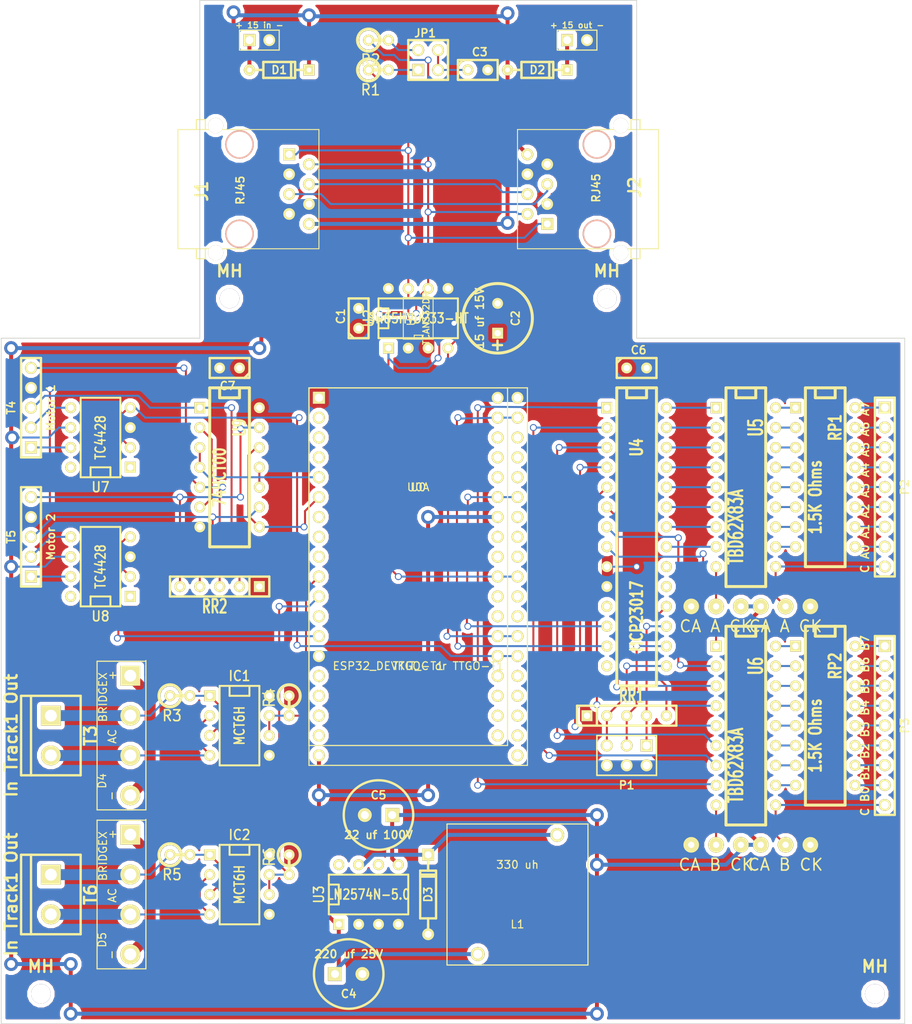
<source format=kicad_pcb>
(kicad_pcb (version 3) (host pcbnew "(22-Jun-2014 BZR 4027)-stable")
  (layers (15 F.Cu signal) (0 B.Cu signal) (18 B.Paste user) (19 F.Paste user) (20 B.SilkS user) (21 F.SilkS user) (22 B.Mask user) (23 F.Mask user) (28 Edge.Cuts user))
  (net 0 "")
  (net 1 +12V)
  (net 2 +5V)
  (net 3 "/CAN Transceiver/CANH")
  (net 4 "/CAN Transceiver/CANL")
  (net 5 "/CAN Transceiver/CAN_RX")
  (net 6 "/CAN Transceiver/CAN_TX")
  (net 7 /Drivers/SCL)
  (net 8 /Drivers/SDA)
  (net 9 "/Motor 1")
  (net 10 "/Motor 2")
  (net 11 /Motor1A)
  (net 12 /Motor1B)
  (net 13 /Motor2A)
  (net 14 /Motor2B)
  (net 15 "/Occupency Detector 1/OD1")
  (net 16 "/Occupency Detector 2/OD2")
  (net 17 "/Sense 1")
  (net 18 "/Sense 2")
  (net 19 /Sense1A)
  (net 20 /Sense1B)
  (net 21 /Sense2A)
  (net 22 /Sense2B)
  (net 23 3V3)
  (net 24 GND)
  (net 25 N-00000100)
  (net 26 N-00000101)
  (net 27 N-00000102)
  (net 28 N-00000103)
  (net 29 N-00000104)
  (net 30 N-00000105)
  (net 31 N-00000135)
  (net 32 N-00000136)
  (net 33 N-00000137)
  (net 34 N-00000139)
  (net 35 N-00000141)
  (net 36 N-00000145)
  (net 37 N-00000146)
  (net 38 N-00000148)
  (net 39 N-00000149)
  (net 40 N-00000150)
  (net 41 N-00000151)
  (net 42 N-00000152)
  (net 43 N-00000153)
  (net 44 N-00000154)
  (net 45 N-00000155)
  (net 46 N-00000156)
  (net 47 N-0000049)
  (net 48 N-0000050)
  (net 49 N-0000051)
  (net 50 N-0000052)
  (net 51 N-0000053)
  (net 52 N-0000054)
  (net 53 N-0000055)
  (net 54 N-0000056)
  (net 55 N-0000057)
  (net 56 N-0000058)
  (net 57 N-0000059)
  (net 58 N-000006)
  (net 59 N-0000060)
  (net 60 N-0000061)
  (net 61 N-0000062)
  (net 62 N-0000063)
  (net 63 N-0000064)
  (net 64 N-0000065)
  (net 65 N-0000066)
  (net 66 N-0000067)
  (net 67 N-0000068)
  (net 68 N-0000069)
  (net 69 N-000007)
  (net 70 N-0000070)
  (net 71 N-0000071)
  (net 72 N-0000072)
  (net 73 N-0000073)
  (net 74 N-0000074)
  (net 75 N-0000075)
  (net 76 N-0000077)
  (net 77 N-0000078)
  (net 78 N-0000079)
  (net 79 N-0000080)
  (net 80 N-0000081)
  (net 81 N-0000082)
  (net 82 N-0000083)
  (net 83 N-0000084)
  (net 84 N-0000085)
  (net 85 N-0000086)
  (net 86 N-0000087)
  (net 87 N-0000088)
  (net 88 N-0000089)
  (net 89 N-0000090)
  (net 90 N-0000091)
  (net 91 N-0000092)
  (net 92 N-0000093)
  (net 93 N-0000094)
  (net 94 N-0000095)
  (net 95 N-0000096)
  (net 96 N-0000097)
  (net 97 N-0000098)
  (net 98 N-0000099)
  (module ESP32-Devkit-C (layer F.Cu) (at 137.16 90.17)
    (fp_text reference U0 (at 0 -11.43) (layer F.SilkS))
    (fp_text value "ESP32_DEVKIT_C or TTGO-T1" (at 0 11.43) (layer F.SilkS))
    (pad 1 thru_hole rect (at -12.7 -22.86) (size 1.524 1.524) (drill 1.016) (layers *.Cu *.Mask F.SilkS) (net 23 3V3))
    (pad 2 thru_hole circle (at -12.7 -20.32) (size 1.524 1.524) (drill 1.016) (layers *.Cu *.Mask F.SilkS))
    (pad 3 thru_hole circle (at -12.7 -17.78) (size 1.524 1.524) (drill 1.016) (layers *.Cu *.Mask F.SilkS))
    (pad 4 thru_hole circle (at -12.7 -15.24) (size 1.524 1.524) (drill 1.016) (layers *.Cu *.Mask F.SilkS))
    (pad 5 thru_hole circle (at -12.7 -12.7) (size 1.524 1.524) (drill 1.016) (layers *.Cu *.Mask F.SilkS) (net 17 "/Sense 1"))
    (pad 6 thru_hole circle (at -12.7 -10.16) (size 1.524 1.524) (drill 1.016) (layers *.Cu *.Mask F.SilkS) (net 18 "/Sense 2"))
    (pad 7 thru_hole circle (at -12.7 -7.62) (size 1.524 1.524) (drill 1.016) (layers *.Cu *.Mask F.SilkS))
    (pad 8 thru_hole circle (at -12.7 -5.08) (size 1.524 1.524) (drill 1.016) (layers *.Cu *.Mask F.SilkS))
    (pad 9 thru_hole circle (at -12.7 -2.54) (size 1.524 1.524) (drill 1.016) (layers *.Cu *.Mask F.SilkS))
    (pad 10 thru_hole circle (at -12.7 0) (size 1.524 1.524) (drill 1.016) (layers *.Cu *.Mask F.SilkS) (net 15 "/Occupency Detector 1/OD1"))
    (pad 11 thru_hole circle (at -12.7 2.54) (size 1.524 1.524) (drill 1.016) (layers *.Cu *.Mask F.SilkS) (net 16 "/Occupency Detector 2/OD2"))
    (pad 12 thru_hole circle (at -12.7 5.08) (size 1.524 1.524) (drill 1.016) (layers *.Cu *.Mask F.SilkS))
    (pad 13 thru_hole circle (at -12.7 7.62) (size 1.524 1.524) (drill 1.016) (layers *.Cu *.Mask F.SilkS) (net 10 "/Motor 2"))
    (pad 14 thru_hole circle (at -12.7 10.16) (size 1.524 1.524) (drill 1.016) (layers *.Cu *.Mask F.SilkS) (net 24 GND))
    (pad 15 thru_hole circle (at -12.7 12.7) (size 1.524 1.524) (drill 1.016) (layers *.Cu *.Mask F.SilkS))
    (pad 16 thru_hole circle (at -12.7 15.24) (size 1.524 1.524) (drill 1.016) (layers *.Cu *.Mask F.SilkS))
    (pad 17 thru_hole circle (at -12.7 17.78) (size 1.524 1.524) (drill 1.016) (layers *.Cu *.Mask F.SilkS))
    (pad 18 thru_hole circle (at -12.7 20.32) (size 1.524 1.524) (drill 1.016) (layers *.Cu *.Mask F.SilkS))
    (pad 19 thru_hole circle (at -12.7 22.86) (size 1.524 1.524) (drill 1.016) (layers *.Cu *.Mask F.SilkS) (net 2 +5V))
    (pad 20 thru_hole circle (at 12.7 22.86) (size 1.524 1.524) (drill 1.016) (layers *.Cu *.Mask F.SilkS))
    (pad 21 thru_hole circle (at 12.7 20.32) (size 1.524 1.524) (drill 1.016) (layers *.Cu *.Mask F.SilkS))
    (pad 22 thru_hole circle (at 12.7 17.78) (size 1.524 1.524) (drill 1.016) (layers *.Cu *.Mask F.SilkS))
    (pad 23 thru_hole circle (at 12.7 15.24) (size 1.524 1.524) (drill 1.016) (layers *.Cu *.Mask F.SilkS))
    (pad 24 thru_hole circle (at 12.7 12.7) (size 1.524 1.524) (drill 1.016) (layers *.Cu *.Mask F.SilkS))
    (pad 25 thru_hole circle (at 12.7 10.16) (size 1.524 1.524) (drill 1.016) (layers *.Cu *.Mask F.SilkS) (net 9 "/Motor 1"))
    (pad 26 thru_hole circle (at 12.7 7.62) (size 1.524 1.524) (drill 1.016) (layers *.Cu *.Mask F.SilkS) (net 5 "/CAN Transceiver/CAN_RX"))
    (pad 27 thru_hole circle (at 12.7 5.08) (size 1.524 1.524) (drill 1.016) (layers *.Cu *.Mask F.SilkS))
    (pad 28 thru_hole circle (at 12.7 2.54) (size 1.524 1.524) (drill 1.016) (layers *.Cu *.Mask F.SilkS))
    (pad 29 thru_hole circle (at 12.7 0) (size 1.524 1.524) (drill 1.016) (layers *.Cu *.Mask F.SilkS) (net 6 "/CAN Transceiver/CAN_TX"))
    (pad 30 thru_hole circle (at 12.7 -2.54) (size 1.524 1.524) (drill 1.016) (layers *.Cu *.Mask F.SilkS))
    (pad 31 thru_hole circle (at 12.7 -5.08) (size 1.524 1.524) (drill 1.016) (layers *.Cu *.Mask F.SilkS))
    (pad 32 thru_hole circle (at 12.7 -7.62) (size 1.524 1.524) (drill 1.016) (layers *.Cu *.Mask F.SilkS))
    (pad 33 thru_hole circle (at 12.7 -10.16) (size 1.524 1.524) (drill 1.016) (layers *.Cu *.Mask F.SilkS) (net 7 /Drivers/SCL))
    (pad 34 thru_hole circle (at 12.7 -12.7) (size 1.524 1.524) (drill 1.016) (layers *.Cu *.Mask F.SilkS))
    (pad 35 thru_hole circle (at 12.7 -15.24) (size 1.524 1.524) (drill 1.016) (layers *.Cu *.Mask F.SilkS))
    (pad 36 thru_hole circle (at 12.7 -17.78) (size 1.524 1.524) (drill 1.016) (layers *.Cu *.Mask F.SilkS))
    (pad 37 thru_hole circle (at 12.7 -20.32) (size 1.524 1.524) (drill 1.016) (layers *.Cu *.Mask F.SilkS) (net 8 /Drivers/SDA))
    (pad 38 thru_hole circle (at 12.7 -22.86) (size 1.524 1.524) (drill 1.016) (layers *.Cu *.Mask F.SilkS) (net 24 GND))
  )
  (module SOIC-8_N (layer F.Cu) (at 137.16 57.15 90)
    (fp_text reference U1 (at 0 -0.889 90) (layer F.SilkS))
    (fp_text value TCAN332DR (at 0 1.016 90) (layer F.SilkS) (effects (font (size 0.8 0.8))))
    (pad 8 smd rect (at -1.875 -2.7 90) (size 0.6 1.6) (layers F.Cu F.Paste F.Mask))
    (pad 1 smd rect (at -1.875 2.7 90) (size 0.6 1.6) (layers F.Cu F.Paste F.Mask) (net 6 "/CAN Transceiver/CAN_TX"))
    (pad 7 smd rect (at -0.625 -2.7 90) (size 0.6 1.6) (layers F.Cu F.Paste F.Mask) (net 3 "/CAN Transceiver/CANH"))
    (pad 6 smd rect (at 0.625 -2.7 90) (size 0.6 1.6) (layers F.Cu F.Paste F.Mask) (net 4 "/CAN Transceiver/CANL"))
    (pad 5 smd rect (at 1.875 -2.7 90) (size 0.6 1.6) (layers F.Cu F.Paste F.Mask))
    (pad 2 smd rect (at -0.625 2.7 90) (size 0.6 1.6) (layers F.Cu F.Paste F.Mask) (net 24 GND))
    (pad 3 smd rect (at 0.625 2.7 90) (size 0.6 1.6) (layers F.Cu F.Paste F.Mask) (net 23 3V3))
    (pad 4 smd rect (at 1.875 2.7 90) (size 0.6 1.6) (layers F.Cu F.Paste F.Mask) (net 5 "/CAN Transceiver/CAN_RX"))
  )
  (module ScrewTerm2.54-2 (layer F.Cu) (at 116.84 21.59)
    (fp_text reference T1 hide)
    (fp_text value "+ 15 in -" (at 0 -1.905) (layer F.SilkS) (effects (font (size 0.762 0.762) (thickness 0.1524))))
    (pad 1 thru_hole rect (at -1.27 0 90) (size 1.524 1.524) (drill 1.016) (layers *.Cu *.Mask F.SilkS) (net 37 N-00000146))
    (pad 2 thru_hole circle (at 1.27 0 90) (size 1.524 1.524) (drill 1.016) (layers *.Cu *.Mask F.SilkS) (net 24 GND))
  )
  (module ScrewTerm2.54-2 (layer F.Cu) (at 157.48 21.59)
    (fp_text reference T2 hide)
    (fp_text value "+ 15 out -" (at 0 -1.905) (layer F.SilkS) (effects (font (size 0.762 0.762) (thickness 0.1524))))
    (pad 1 thru_hole rect (at -1.27 0 90) (size 1.524 1.524) (drill 1.016) (layers *.Cu *.Mask F.SilkS) (net 36 N-00000145))
    (pad 2 thru_hole circle (at 1.27 0 90) (size 1.524 1.524) (drill 1.016) (layers *.Cu *.Mask F.SilkS) (net 24 GND))
  )
  (module RJ45_8N-S (layer F.Cu) (at 114.3 40.64 270)
    (fp_text reference J1 (at 0.254 4.826 270) (layer F.SilkS) (effects (font (size 1.524 1.524) (thickness 0.3048))))
    (fp_text value RJ45 (at 0.14224 -0.1016 270) (layer F.SilkS) (effects (font (size 1.00076 1.00076) (thickness 0.2032))))
    (pad "" np_thru_hole circle (at 5.715 0 270) (size 3.64998 3.64998) (drill 3.2512) (layers *.Cu *.SilkS *.Mask))
    (pad "" np_thru_hole circle (at -5.715 0 270) (size 3.64998 3.64998) (drill 3.2512) (layers *.Cu *.SilkS *.Mask))
    (pad 1 thru_hole rect (at -4.445 -6.35 270) (size 1.50114 1.50114) (drill 0.89916) (layers *.Cu *.Mask F.SilkS) (net 3 "/CAN Transceiver/CANH"))
    (pad 2 thru_hole circle (at -3.175 -8.89 270) (size 1.50114 1.50114) (drill 0.89916) (layers *.Cu *.Mask F.SilkS) (net 4 "/CAN Transceiver/CANL"))
    (pad 3 thru_hole circle (at -1.905 -6.35 270) (size 1.50114 1.50114) (drill 0.89916) (layers *.Cu *.Mask F.SilkS) (net 24 GND))
    (pad 4 thru_hole circle (at -0.635 -8.89 270) (size 1.50114 1.50114) (drill 0.89916) (layers *.Cu *.Mask F.SilkS) (net 34 N-00000139))
    (pad 5 thru_hole circle (at 0.635 -6.35 270) (size 1.50114 1.50114) (drill 0.89916) (layers *.Cu *.Mask F.SilkS) (net 35 N-00000141))
    (pad 6 thru_hole circle (at 1.905 -8.89 270) (size 1.50114 1.50114) (drill 0.89916) (layers *.Cu *.Mask F.SilkS) (net 24 GND))
    (pad 7 thru_hole circle (at 3.175 -6.35 270) (size 1.50114 1.50114) (drill 0.89916) (layers *.Cu *.Mask F.SilkS) (net 24 GND))
    (pad 8 thru_hole circle (at 4.445 -8.89 270) (size 1.50114 1.50114) (drill 0.89916) (layers *.Cu *.Mask F.SilkS) (net 1 +12V))
    (pad "" thru_hole circle (at -8.128 3.048 270) (size 1.9304 1.9304) (drill 1.9304) (layers *.Cu *.Mask F.SilkS))
    (pad "" thru_hole circle (at 8.128 3.048 270) (size 1.9304 1.9304) (drill 1.9304) (layers *.Cu *.Mask F.SilkS))
  )
  (module RJ45_8N-S (layer F.Cu) (at 160.02 40.64 90)
    (fp_text reference J2 (at 0.254 4.826 90) (layer F.SilkS) (effects (font (size 1.524 1.524) (thickness 0.3048))))
    (fp_text value RJ45 (at 0.14224 -0.1016 90) (layer F.SilkS) (effects (font (size 1.00076 1.00076) (thickness 0.2032))))
    (pad "" np_thru_hole circle (at 5.715 0 90) (size 3.64998 3.64998) (drill 3.2512) (layers *.Cu *.SilkS *.Mask))
    (pad "" np_thru_hole circle (at -5.715 0 90) (size 3.64998 3.64998) (drill 3.2512) (layers *.Cu *.SilkS *.Mask))
    (pad 1 thru_hole rect (at -4.445 -6.35 90) (size 1.50114 1.50114) (drill 0.89916) (layers *.Cu *.Mask F.SilkS) (net 3 "/CAN Transceiver/CANH"))
    (pad 2 thru_hole circle (at -3.175 -8.89 90) (size 1.50114 1.50114) (drill 0.89916) (layers *.Cu *.Mask F.SilkS) (net 4 "/CAN Transceiver/CANL"))
    (pad 3 thru_hole circle (at -1.905 -6.35 90) (size 1.50114 1.50114) (drill 0.89916) (layers *.Cu *.Mask F.SilkS) (net 24 GND))
    (pad 4 thru_hole circle (at -0.635 -8.89 90) (size 1.50114 1.50114) (drill 0.89916) (layers *.Cu *.Mask F.SilkS) (net 34 N-00000139))
    (pad 5 thru_hole circle (at 0.635 -6.35 90) (size 1.50114 1.50114) (drill 0.89916) (layers *.Cu *.Mask F.SilkS) (net 35 N-00000141))
    (pad 6 thru_hole circle (at 1.905 -8.89 90) (size 1.50114 1.50114) (drill 0.89916) (layers *.Cu *.Mask F.SilkS) (net 24 GND))
    (pad 7 thru_hole circle (at 3.175 -6.35 90) (size 1.50114 1.50114) (drill 0.89916) (layers *.Cu *.Mask F.SilkS) (net 24 GND))
    (pad 8 thru_hole circle (at 4.445 -8.89 90) (size 1.50114 1.50114) (drill 0.89916) (layers *.Cu *.Mask F.SilkS) (net 1 +12V))
    (pad "" thru_hole circle (at -8.128 3.048 90) (size 1.9304 1.9304) (drill 1.9304) (layers *.Cu *.Mask F.SilkS))
    (pad "" thru_hole circle (at 8.128 3.048 90) (size 1.9304 1.9304) (drill 1.9304) (layers *.Cu *.Mask F.SilkS))
  )
  (module R1 (layer F.Cu) (at 132.08 21.59)
    (fp_text reference R2 (at -1.016 2.54) (layer F.SilkS) (effects (font (size 1.397 1.27) (thickness 0.2032))))
    (fp_text value "60 Ohms" hide)
    (pad 1 thru_hole circle (at -1.27 0) (size 1.397 1.397) (drill 0.8128) (layers *.Cu *.Mask F.SilkS) (net 4 "/CAN Transceiver/CANL"))
    (pad 2 thru_hole circle (at 1.27 0) (size 1.397 1.397) (drill 0.8128) (layers *.Cu *.Mask F.SilkS) (net 31 N-00000135))
  )
  (module R1 (layer F.Cu) (at 132.08 25.4)
    (fp_text reference R1 (at -1.016 2.54) (layer F.SilkS) (effects (font (size 1.397 1.27) (thickness 0.2032))))
    (fp_text value "60 Ohms" hide)
    (pad 1 thru_hole circle (at -1.27 0) (size 1.397 1.397) (drill 0.8128) (layers *.Cu *.Mask F.SilkS) (net 3 "/CAN Transceiver/CANH"))
    (pad 2 thru_hole circle (at 1.27 0) (size 1.397 1.397) (drill 0.8128) (layers *.Cu *.Mask F.SilkS) (net 33 N-00000137))
  )
  (module PIN_ARRAY_2X2 (layer F.Cu) (at 138.43 24.13)
    (fp_text reference JP1 (at -0.381 -3.429) (layer F.SilkS) (effects (font (size 1.016 1.016) (thickness 0.2032))))
    (fp_text value Termination hide)
    (pad 1 thru_hole rect (at -1.27 1.27) (size 1.524 1.524) (drill 1.016) (layers *.Cu *.Mask F.SilkS) (net 33 N-00000137))
    (pad 2 thru_hole circle (at -1.27 -1.27) (size 1.524 1.524) (drill 1.016) (layers *.Cu *.Mask F.SilkS) (net 31 N-00000135))
    (pad 3 thru_hole circle (at 1.27 1.27) (size 1.524 1.524) (drill 1.016) (layers *.Cu *.Mask F.SilkS) (net 32 N-00000136))
    (pad 4 thru_hole circle (at 1.27 -1.27) (size 1.524 1.524) (drill 1.016) (layers *.Cu *.Mask F.SilkS) (net 32 N-00000136))
  )
  (module PE-LowProfile (layer F.Cu) (at 149.86 130.81 180)
    (fp_text reference L1 (at 0 -3.81 180) (layer F.SilkS))
    (fp_text value "330 uh" (at 0 3.81 180) (layer F.SilkS))
    (pad 1 thru_hole circle (at 5.08 -7.62 180) (size 1.78 1.78) (drill 1.14) (layers *.Cu *.Mask F.SilkS) (net 2 +5V))
    (pad 2 thru_hole circle (at -5.08 7.62 180) (size 1.78 1.78) (drill 1.14) (layers *.Cu *.Mask F.SilkS) (net 38 N-00000148))
  )
  (module DO-41 (layer F.Cu) (at 138.43 130.81 90)
    (fp_text reference D3 (at 0 0 90) (layer F.SilkS) (effects (font (size 1.016 1.016) (thickness 0.2032))))
    (fp_text value SB160-E3/54 hide)
    (pad 2 thru_hole rect (at 5.08 0 90) (size 1.524 1.524) (drill 0.889) (layers *.Cu *.Mask F.SilkS) (net 38 N-00000148))
    (pad 1 thru_hole circle (at -5.08 0 90) (size 1.524 1.524) (drill 0.889) (layers *.Cu *.Mask F.SilkS) (net 24 GND))
  )
  (module DO-35 (layer F.Cu) (at 152.4 25.4)
    (fp_text reference D2 (at 0 0) (layer F.SilkS) (effects (font (size 1.016 1.016) (thickness 0.2032))))
    (fp_text value SB240E hide)
    (pad 2 thru_hole rect (at 3.81 0) (size 1.4224 1.4224) (drill 0.6096) (layers *.Cu *.Mask F.SilkS) (net 36 N-00000145))
    (pad 1 thru_hole circle (at -3.81 0) (size 1.4224 1.4224) (drill 0.6096) (layers *.Cu *.Mask F.SilkS) (net 1 +12V))
  )
  (module DO-35 (layer F.Cu) (at 119.38 25.4)
    (fp_text reference D1 (at 0 0) (layer F.SilkS) (effects (font (size 1.016 1.016) (thickness 0.2032))))
    (fp_text value SB240E hide)
    (pad 2 thru_hole rect (at 3.81 0) (size 1.4224 1.4224) (drill 0.6096) (layers *.Cu *.Mask F.SilkS) (net 1 +12V))
    (pad 1 thru_hole circle (at -3.81 0) (size 1.4224 1.4224) (drill 0.6096) (layers *.Cu *.Mask F.SilkS) (net 37 N-00000146))
  )
  (module DIP-8__300 (layer F.Cu) (at 137.16 57.15)
    (fp_text reference U2 (at -6.35 0 90) (layer F.SilkS) (effects (font (size 1.27 1.143) (thickness 0.2032))))
    (fp_text value SN65HVD233-HT (at 0 0) (layer F.SilkS) (effects (font (size 1.27 1.016) (thickness 0.2032))))
    (pad 1 thru_hole rect (at -3.81 3.81) (size 1.397 1.397) (drill 0.8128) (layers *.Cu *.Mask F.SilkS) (net 6 "/CAN Transceiver/CAN_TX"))
    (pad 2 thru_hole circle (at -1.27 3.81) (size 1.397 1.397) (drill 0.8128) (layers *.Cu *.Mask F.SilkS) (net 24 GND))
    (pad 3 thru_hole circle (at 1.27 3.81) (size 1.397 1.397) (drill 0.8128) (layers *.Cu *.Mask F.SilkS) (net 23 3V3))
    (pad 4 thru_hole circle (at 3.81 3.81) (size 1.397 1.397) (drill 0.8128) (layers *.Cu *.Mask F.SilkS) (net 5 "/CAN Transceiver/CAN_RX"))
    (pad 5 thru_hole circle (at 3.81 -3.81) (size 1.397 1.397) (drill 0.8128) (layers *.Cu *.Mask F.SilkS) (net 24 GND))
    (pad 6 thru_hole circle (at 1.27 -3.81) (size 1.397 1.397) (drill 0.8128) (layers *.Cu *.Mask F.SilkS) (net 4 "/CAN Transceiver/CANL"))
    (pad 7 thru_hole circle (at -1.27 -3.81) (size 1.397 1.397) (drill 0.8128) (layers *.Cu *.Mask F.SilkS) (net 3 "/CAN Transceiver/CANH"))
    (pad 8 thru_hole circle (at -3.81 -3.81) (size 1.397 1.397) (drill 0.8128) (layers *.Cu *.Mask F.SilkS) (net 24 GND))
  )
  (module DIP-8__300 (layer F.Cu) (at 130.81 130.81)
    (fp_text reference U3 (at -6.35 0 90) (layer F.SilkS) (effects (font (size 1.27 1.143) (thickness 0.2032))))
    (fp_text value LM2574N-5.0 (at 0 0) (layer F.SilkS) (effects (font (size 1.27 1.016) (thickness 0.2032))))
    (pad 1 thru_hole rect (at -3.81 3.81) (size 1.397 1.397) (drill 0.8128) (layers *.Cu *.Mask F.SilkS) (net 2 +5V))
    (pad 2 thru_hole circle (at -1.27 3.81) (size 1.397 1.397) (drill 0.8128) (layers *.Cu *.Mask F.SilkS) (net 24 GND))
    (pad 3 thru_hole circle (at 1.27 3.81) (size 1.397 1.397) (drill 0.8128) (layers *.Cu *.Mask F.SilkS) (net 24 GND))
    (pad 4 thru_hole circle (at 3.81 3.81) (size 1.397 1.397) (drill 0.8128) (layers *.Cu *.Mask F.SilkS) (net 24 GND))
    (pad 5 thru_hole circle (at 3.81 -3.81) (size 1.397 1.397) (drill 0.8128) (layers *.Cu *.Mask F.SilkS) (net 1 +12V))
    (pad 6 thru_hole circle (at 1.27 -3.81) (size 1.397 1.397) (drill 0.8128) (layers *.Cu *.Mask F.SilkS))
    (pad 7 thru_hole circle (at -1.27 -3.81) (size 1.397 1.397) (drill 0.8128) (layers *.Cu *.Mask F.SilkS) (net 38 N-00000148))
    (pad 8 thru_hole circle (at -3.81 -3.81) (size 1.397 1.397) (drill 0.8128) (layers *.Cu *.Mask F.SilkS))
  )
  (module C1.5V8V (layer F.Cu) (at 147.32 57.15 90)
    (fp_text reference C2 (at 0 2.286 90) (layer F.SilkS) (effects (font (size 1.016 1.016) (thickness 0.2032))))
    (fp_text value "15 uf 15V" (at 0 -2.286 90) (layer F.SilkS) (effects (font (size 1.016 1.016) (thickness 0.2032))))
    (fp_text user + (at -3.429 -0.127 90) (layer F.SilkS) (effects (font (size 1.524 1.524) (thickness 0.3048))))
    (pad 1 thru_hole rect (at -1.905 0 90) (size 1.397 1.397) (drill 0.8128) (layers *.Cu *.Mask F.SilkS) (net 23 3V3))
    (pad 2 thru_hole circle (at 1.905 0 90) (size 1.397 1.397) (drill 0.8128) (layers *.Cu *.Mask F.SilkS) (net 24 GND))
  )
  (module C1-3V8 (layer F.Cu) (at 132.08 120.65 180)
    (fp_text reference C5 (at 0 2.54 180) (layer F.SilkS) (effects (font (size 1.016 1.016) (thickness 0.2032))))
    (fp_text value "22 uf 100V" (at 0 -2.54 180) (layer F.SilkS) (effects (font (size 1.016 1.016) (thickness 0.2032))))
    (pad 1 thru_hole rect (at -1.75 0 180) (size 1.778 1.778) (drill 1.016) (layers *.Cu *.Mask F.SilkS) (net 1 +12V))
    (pad 2 thru_hole circle (at 1.75 0 180) (size 1.778 1.778) (drill 1.016) (layers *.Cu *.Mask F.SilkS) (net 24 GND))
  )
  (module C1-3V8 (layer F.Cu) (at 128.27 140.97)
    (fp_text reference C4 (at 0 2.54) (layer F.SilkS) (effects (font (size 1.016 1.016) (thickness 0.2032))))
    (fp_text value "220 uf 25V" (at 0 -2.54) (layer F.SilkS) (effects (font (size 1.016 1.016) (thickness 0.2032))))
    (pad 1 thru_hole rect (at -1.75 0) (size 1.778 1.778) (drill 1.016) (layers *.Cu *.Mask F.SilkS) (net 2 +5V))
    (pad 2 thru_hole circle (at 1.75 0) (size 1.778 1.778) (drill 1.016) (layers *.Cu *.Mask F.SilkS) (net 24 GND))
  )
  (module C1 (layer F.Cu) (at 144.78 25.4)
    (fp_text reference C3 (at 0.254 -2.286) (layer F.SilkS) (effects (font (size 1.016 1.016) (thickness 0.2032))))
    (fp_text value "47 nf" hide)
    (pad 1 thru_hole circle (at -1.27 0) (size 1.397 1.397) (drill 0.8128) (layers *.Cu *.Mask F.SilkS) (net 32 N-00000136))
    (pad 2 thru_hole circle (at 1.27 0) (size 1.397 1.397) (drill 0.8128) (layers *.Cu *.Mask F.SilkS) (net 24 GND))
  )
  (module C1 (layer F.Cu) (at 129.54 57.15 90)
    (fp_text reference C1 (at 0.254 -2.286 90) (layer F.SilkS) (effects (font (size 1.016 1.016) (thickness 0.2032))))
    (fp_text value ".1 uf" hide)
    (pad 1 thru_hole circle (at -1.27 0 90) (size 1.397 1.397) (drill 0.8128) (layers *.Cu *.Mask F.SilkS) (net 23 3V3))
    (pad 2 thru_hole circle (at 1.27 0 90) (size 1.397 1.397) (drill 0.8128) (layers *.Cu *.Mask F.SilkS) (net 24 GND))
  )
  (module SIL-5 (layer F.Cu) (at 165.1 107.95)
    (fp_text reference RR1 (at -0.635 -2.54) (layer F.SilkS) (effects (font (size 1.72974 1.08712) (thickness 0.3048))))
    (fp_text value "10K Ohms" hide)
    (pad 1 thru_hole rect (at -6.35 0) (size 1.397 1.397) (drill 0.8128) (layers *.Cu *.Mask F.SilkS) (net 23 3V3))
    (pad 2 thru_hole circle (at -3.81 0) (size 1.397 1.397) (drill 0.8128) (layers *.Cu *.Mask F.SilkS) (net 94 N-0000095))
    (pad 3 thru_hole circle (at -1.27 0) (size 1.397 1.397) (drill 0.8128) (layers *.Cu *.Mask F.SilkS) (net 93 N-0000094))
    (pad 4 thru_hole circle (at 1.27 0) (size 1.397 1.397) (drill 0.8128) (layers *.Cu *.Mask F.SilkS) (net 95 N-0000096))
    (pad 5 thru_hole circle (at 3.81 0) (size 1.397 1.397) (drill 0.8128) (layers *.Cu *.Mask F.SilkS) (net 96 N-0000097))
  )
  (module ScrewTerm_2.54-9 (layer F.Cu) (at 196.85 78.74 270)
    (fp_text reference P2 (at 0 -2.54 270) (layer F.SilkS) (effects (font (size 1.016 1.016) (thickness 0.2032))))
    (fp_text value "C A0 A1 A2 A3 A4 A5 A6 A7" (at 0 2.54 270) (layer F.SilkS) (effects (font (size 1.016 1.016) (thickness 0.2032))))
    (pad 1 thru_hole rect (at -10.18 0 270) (size 1.524 1.524) (drill 1.016) (layers *.Cu *.Mask F.SilkS) (net 86 N-0000087))
    (pad 2 thru_hole circle (at -7.64 0 270) (size 1.524 1.524) (drill 1.016) (layers *.Cu *.Mask F.SilkS) (net 87 N-0000088))
    (pad 3 thru_hole circle (at -5.1 0 270) (size 1.524 1.524) (drill 1.016) (layers *.Cu *.Mask F.SilkS) (net 88 N-0000089))
    (pad 4 thru_hole circle (at -2.56 0 270) (size 1.524 1.524) (drill 1.016) (layers *.Cu *.Mask F.SilkS) (net 89 N-0000090))
    (pad 5 thru_hole circle (at -0.02 0 270) (size 1.524 1.524) (drill 1.016) (layers *.Cu *.Mask F.SilkS) (net 90 N-0000091))
    (pad 6 thru_hole circle (at 2.52 0 270) (size 1.524 1.524) (drill 1.016) (layers *.Cu *.Mask F.SilkS) (net 91 N-0000092))
    (pad 7 thru_hole circle (at 5.06 0 270) (size 1.524 1.524) (drill 1.016) (layers *.Cu *.Mask F.SilkS) (net 92 N-0000093))
    (pad 8 thru_hole circle (at 7.6 0 270) (size 1.524 1.524) (drill 1.016) (layers *.Cu *.Mask F.SilkS) (net 73 N-0000073))
    (pad 9 thru_hole circle (at 10.14 0 270) (size 1.524 1.524) (drill 1.016) (layers *.Cu *.Mask F.SilkS) (net 97 N-0000098))
  )
  (module ScrewTerm_2.54-9 (layer F.Cu) (at 196.85 109.22 270)
    (fp_text reference P3 (at 0 -2.54 270) (layer F.SilkS) (effects (font (size 1.016 1.016) (thickness 0.2032))))
    (fp_text value "C B0 B1 B2 B3 B4 B5 B6 B7" (at 0 2.54 270) (layer F.SilkS) (effects (font (size 1.016 1.016) (thickness 0.2032))))
    (pad 1 thru_hole rect (at -10.18 0 270) (size 1.524 1.524) (drill 1.016) (layers *.Cu *.Mask F.SilkS) (net 85 N-0000086))
    (pad 2 thru_hole circle (at -7.64 0 270) (size 1.524 1.524) (drill 1.016) (layers *.Cu *.Mask F.SilkS) (net 77 N-0000078))
    (pad 3 thru_hole circle (at -5.1 0 270) (size 1.524 1.524) (drill 1.016) (layers *.Cu *.Mask F.SilkS) (net 84 N-0000085))
    (pad 4 thru_hole circle (at -2.56 0 270) (size 1.524 1.524) (drill 1.016) (layers *.Cu *.Mask F.SilkS) (net 83 N-0000084))
    (pad 5 thru_hole circle (at -0.02 0 270) (size 1.524 1.524) (drill 1.016) (layers *.Cu *.Mask F.SilkS) (net 82 N-0000083))
    (pad 6 thru_hole circle (at 2.52 0 270) (size 1.524 1.524) (drill 1.016) (layers *.Cu *.Mask F.SilkS) (net 81 N-0000082))
    (pad 7 thru_hole circle (at 5.06 0 270) (size 1.524 1.524) (drill 1.016) (layers *.Cu *.Mask F.SilkS) (net 80 N-0000081))
    (pad 8 thru_hole circle (at 7.6 0 270) (size 1.524 1.524) (drill 1.016) (layers *.Cu *.Mask F.SilkS) (net 79 N-0000080))
    (pad 9 thru_hole circle (at 10.14 0 270) (size 1.524 1.524) (drill 1.016) (layers *.Cu *.Mask F.SilkS) (net 25 N-00000100))
  )
  (module pin_array_3x2 (layer F.Cu) (at 163.83 113.03 180)
    (fp_text reference P1 (at 0 -3.81 180) (layer F.SilkS) (effects (font (size 1.016 1.016) (thickness 0.2032))))
    (fp_text value "0  1  2" hide)
    (pad 1 thru_hole rect (at -2.54 1.27 180) (size 1.524 1.524) (drill 1.016) (layers *.Cu *.Mask F.SilkS) (net 95 N-0000096))
    (pad 2 thru_hole circle (at -2.54 -1.27 180) (size 1.524 1.524) (drill 1.016) (layers *.Cu *.Mask F.SilkS) (net 24 GND))
    (pad 3 thru_hole circle (at 0 1.27 180) (size 1.524 1.524) (drill 1.016) (layers *.Cu *.Mask F.SilkS) (net 93 N-0000094))
    (pad 4 thru_hole circle (at 0 -1.27 180) (size 1.524 1.524) (drill 1.016) (layers *.Cu *.Mask F.SilkS) (net 24 GND))
    (pad 5 thru_hole circle (at 2.54 1.27 180) (size 1.524 1.524) (drill 1.016) (layers *.Cu *.Mask F.SilkS) (net 94 N-0000095))
    (pad 6 thru_hole circle (at 2.54 -1.27 180) (size 1.524 1.524) (drill 1.016) (layers *.Cu *.Mask F.SilkS) (net 24 GND))
  )
  (module DIP-28__300 (layer F.Cu) (at 165.1 85.09 270)
    (fp_text reference U4 (at -11.43 0 270) (layer F.SilkS) (effects (font (size 1.524 1.143) (thickness 0.3048))))
    (fp_text value MCP23017 (at 10.16 0 270) (layer F.SilkS) (effects (font (size 1.524 1.143) (thickness 0.3048))))
    (pad 2 thru_hole circle (at -13.97 3.81 270) (size 1.397 1.397) (drill 0.8128) (layers *.Cu *.Mask F.SilkS) (net 62 N-0000063))
    (pad 3 thru_hole circle (at -11.43 3.81 270) (size 1.397 1.397) (drill 0.8128) (layers *.Cu *.Mask F.SilkS) (net 61 N-0000062))
    (pad 4 thru_hole circle (at -8.89 3.81 270) (size 1.397 1.397) (drill 0.8128) (layers *.Cu *.Mask F.SilkS) (net 50 N-0000052))
    (pad 5 thru_hole circle (at -6.35 3.81 270) (size 1.397 1.397) (drill 0.8128) (layers *.Cu *.Mask F.SilkS) (net 49 N-0000051))
    (pad 6 thru_hole circle (at -3.81 3.81 270) (size 1.397 1.397) (drill 0.8128) (layers *.Cu *.Mask F.SilkS) (net 48 N-0000050))
    (pad 7 thru_hole circle (at -1.27 3.81 270) (size 1.397 1.397) (drill 0.8128) (layers *.Cu *.Mask F.SilkS) (net 47 N-0000049))
    (pad 8 thru_hole circle (at 1.27 3.81 270) (size 1.397 1.397) (drill 0.8128) (layers *.Cu *.Mask F.SilkS) (net 56 N-0000058))
    (pad 9 thru_hole circle (at 3.81 3.81 270) (size 1.397 1.397) (drill 0.8128) (layers *.Cu *.Mask F.SilkS) (net 23 3V3))
    (pad 10 thru_hole circle (at 6.35 3.81 270) (size 1.397 1.397) (drill 0.8128) (layers *.Cu *.Mask F.SilkS) (net 24 GND))
    (pad 11 thru_hole circle (at 8.89 3.81 270) (size 1.397 1.397) (drill 0.8128) (layers *.Cu *.Mask F.SilkS))
    (pad 12 thru_hole circle (at 11.43 3.81 270) (size 1.397 1.397) (drill 0.8128) (layers *.Cu *.Mask F.SilkS) (net 7 /Drivers/SCL))
    (pad 13 thru_hole circle (at 13.97 3.81 270) (size 1.397 1.397) (drill 0.8128) (layers *.Cu *.Mask F.SilkS) (net 8 /Drivers/SDA))
    (pad 14 thru_hole circle (at 16.51 3.81 270) (size 1.397 1.397) (drill 0.8128) (layers *.Cu *.Mask F.SilkS))
    (pad 1 thru_hole rect (at -16.51 3.81 270) (size 1.397 1.397) (drill 0.8128) (layers *.Cu *.Mask F.SilkS) (net 63 N-0000064))
    (pad 15 thru_hole circle (at 16.51 -3.81 270) (size 1.397 1.397) (drill 0.8128) (layers *.Cu *.Mask F.SilkS) (net 94 N-0000095))
    (pad 16 thru_hole circle (at 13.97 -3.81 270) (size 1.397 1.397) (drill 0.8128) (layers *.Cu *.Mask F.SilkS) (net 93 N-0000094))
    (pad 17 thru_hole circle (at 11.43 -3.81 270) (size 1.397 1.397) (drill 0.8128) (layers *.Cu *.Mask F.SilkS) (net 95 N-0000096))
    (pad 18 thru_hole circle (at 8.89 -3.81 270) (size 1.397 1.397) (drill 0.8128) (layers *.Cu *.Mask F.SilkS) (net 96 N-0000097))
    (pad 19 thru_hole circle (at 6.35 -3.81 270) (size 1.397 1.397) (drill 0.8128) (layers *.Cu *.Mask F.SilkS))
    (pad 20 thru_hole circle (at 3.81 -3.81 270) (size 1.397 1.397) (drill 0.8128) (layers *.Cu *.Mask F.SilkS))
    (pad 21 thru_hole circle (at 1.27 -3.81 270) (size 1.397 1.397) (drill 0.8128) (layers *.Cu *.Mask F.SilkS) (net 55 N-0000057))
    (pad 22 thru_hole circle (at -1.27 -3.81 270) (size 1.397 1.397) (drill 0.8128) (layers *.Cu *.Mask F.SilkS) (net 51 N-0000053))
    (pad 23 thru_hole circle (at -3.81 -3.81 270) (size 1.397 1.397) (drill 0.8128) (layers *.Cu *.Mask F.SilkS) (net 54 N-0000056))
    (pad 24 thru_hole circle (at -6.35 -3.81 270) (size 1.397 1.397) (drill 0.8128) (layers *.Cu *.Mask F.SilkS) (net 53 N-0000055))
    (pad 25 thru_hole circle (at -8.89 -3.81 270) (size 1.397 1.397) (drill 0.8128) (layers *.Cu *.Mask F.SilkS) (net 52 N-0000054))
    (pad 26 thru_hole circle (at -11.43 -3.81 270) (size 1.397 1.397) (drill 0.8128) (layers *.Cu *.Mask F.SilkS) (net 76 N-0000077))
    (pad 27 thru_hole circle (at -13.97 -3.81 270) (size 1.397 1.397) (drill 0.8128) (layers *.Cu *.Mask F.SilkS) (net 75 N-0000075))
    (pad 28 thru_hole circle (at -16.51 -3.81 270) (size 1.397 1.397) (drill 0.8128) (layers *.Cu *.Mask F.SilkS) (net 74 N-0000074))
  )
  (module DIP-18__300 (layer F.Cu) (at 179.07 78.74 270)
    (fp_text reference U5 (at -7.62 -1.27 270) (layer F.SilkS) (effects (font (size 1.778 1.143) (thickness 0.3048))))
    (fp_text value TBD62X83A (at 5.08 1.27 270) (layer F.SilkS) (effects (font (size 1.778 1.143) (thickness 0.3048))))
    (pad 1 thru_hole rect (at -10.16 3.81 270) (size 1.397 1.397) (drill 0.8128) (layers *.Cu *.Mask F.SilkS) (net 74 N-0000074))
    (pad 2 thru_hole circle (at -7.62 3.81 270) (size 1.397 1.397) (drill 0.8128) (layers *.Cu *.Mask F.SilkS) (net 75 N-0000075))
    (pad 3 thru_hole circle (at -5.08 3.81 270) (size 1.397 1.397) (drill 0.8128) (layers *.Cu *.Mask F.SilkS) (net 76 N-0000077))
    (pad 4 thru_hole circle (at -2.54 3.81 270) (size 1.397 1.397) (drill 0.8128) (layers *.Cu *.Mask F.SilkS) (net 52 N-0000054))
    (pad 5 thru_hole circle (at 0 3.81 270) (size 1.397 1.397) (drill 0.8128) (layers *.Cu *.Mask F.SilkS) (net 53 N-0000055))
    (pad 6 thru_hole circle (at 2.54 3.81 270) (size 1.397 1.397) (drill 0.8128) (layers *.Cu *.Mask F.SilkS) (net 54 N-0000056))
    (pad 7 thru_hole circle (at 5.08 3.81 270) (size 1.397 1.397) (drill 0.8128) (layers *.Cu *.Mask F.SilkS) (net 51 N-0000053))
    (pad 8 thru_hole circle (at 7.62 3.81 270) (size 1.397 1.397) (drill 0.8128) (layers *.Cu *.Mask F.SilkS) (net 55 N-0000057))
    (pad 9 thru_hole circle (at 10.16 3.81 270) (size 1.397 1.397) (drill 0.8128) (layers *.Cu *.Mask F.SilkS) (net 71 N-0000071))
    (pad 10 thru_hole circle (at 10.16 -3.81 270) (size 1.397 1.397) (drill 0.8128) (layers *.Cu *.Mask F.SilkS) (net 97 N-0000098))
    (pad 11 thru_hole circle (at 7.62 -3.81 270) (size 1.397 1.397) (drill 0.8128) (layers *.Cu *.Mask F.SilkS) (net 98 N-0000099))
    (pad 12 thru_hole circle (at 5.08 -3.81 270) (size 1.397 1.397) (drill 0.8128) (layers *.Cu *.Mask F.SilkS) (net 66 N-0000067))
    (pad 13 thru_hole circle (at 2.54 -3.81 270) (size 1.397 1.397) (drill 0.8128) (layers *.Cu *.Mask F.SilkS) (net 28 N-00000103))
    (pad 14 thru_hole circle (at 0 -3.81 270) (size 1.397 1.397) (drill 0.8128) (layers *.Cu *.Mask F.SilkS) (net 60 N-0000061))
    (pad 15 thru_hole circle (at -2.54 -3.81 270) (size 1.397 1.397) (drill 0.8128) (layers *.Cu *.Mask F.SilkS) (net 57 N-0000059))
    (pad 16 thru_hole circle (at -5.08 -3.81 270) (size 1.397 1.397) (drill 0.8128) (layers *.Cu *.Mask F.SilkS) (net 59 N-0000060))
    (pad 17 thru_hole circle (at -7.62 -3.81 270) (size 1.397 1.397) (drill 0.8128) (layers *.Cu *.Mask F.SilkS) (net 65 N-0000066))
    (pad 18 thru_hole circle (at -10.16 -3.81 270) (size 1.397 1.397) (drill 0.8128) (layers *.Cu *.Mask F.SilkS) (net 64 N-0000065))
  )
  (module DIP-18__300 (layer F.Cu) (at 179.07 109.22 270)
    (fp_text reference U6 (at -7.62 -1.27 270) (layer F.SilkS) (effects (font (size 1.778 1.143) (thickness 0.3048))))
    (fp_text value TBD62X83A (at 5.08 1.27 270) (layer F.SilkS) (effects (font (size 1.778 1.143) (thickness 0.3048))))
    (pad 1 thru_hole rect (at -10.16 3.81 270) (size 1.397 1.397) (drill 0.8128) (layers *.Cu *.Mask F.SilkS) (net 56 N-0000058))
    (pad 2 thru_hole circle (at -7.62 3.81 270) (size 1.397 1.397) (drill 0.8128) (layers *.Cu *.Mask F.SilkS) (net 47 N-0000049))
    (pad 3 thru_hole circle (at -5.08 3.81 270) (size 1.397 1.397) (drill 0.8128) (layers *.Cu *.Mask F.SilkS) (net 48 N-0000050))
    (pad 4 thru_hole circle (at -2.54 3.81 270) (size 1.397 1.397) (drill 0.8128) (layers *.Cu *.Mask F.SilkS) (net 49 N-0000051))
    (pad 5 thru_hole circle (at 0 3.81 270) (size 1.397 1.397) (drill 0.8128) (layers *.Cu *.Mask F.SilkS) (net 50 N-0000052))
    (pad 6 thru_hole circle (at 2.54 3.81 270) (size 1.397 1.397) (drill 0.8128) (layers *.Cu *.Mask F.SilkS) (net 61 N-0000062))
    (pad 7 thru_hole circle (at 5.08 3.81 270) (size 1.397 1.397) (drill 0.8128) (layers *.Cu *.Mask F.SilkS) (net 62 N-0000063))
    (pad 8 thru_hole circle (at 7.62 3.81 270) (size 1.397 1.397) (drill 0.8128) (layers *.Cu *.Mask F.SilkS) (net 63 N-0000064))
    (pad 9 thru_hole circle (at 10.16 3.81 270) (size 1.397 1.397) (drill 0.8128) (layers *.Cu *.Mask F.SilkS) (net 72 N-0000072))
    (pad 10 thru_hole circle (at 10.16 -3.81 270) (size 1.397 1.397) (drill 0.8128) (layers *.Cu *.Mask F.SilkS) (net 25 N-00000100))
    (pad 11 thru_hole circle (at 7.62 -3.81 270) (size 1.397 1.397) (drill 0.8128) (layers *.Cu *.Mask F.SilkS) (net 70 N-0000070))
    (pad 12 thru_hole circle (at 5.08 -3.81 270) (size 1.397 1.397) (drill 0.8128) (layers *.Cu *.Mask F.SilkS) (net 78 N-0000079))
    (pad 13 thru_hole circle (at 2.54 -3.81 270) (size 1.397 1.397) (drill 0.8128) (layers *.Cu *.Mask F.SilkS) (net 30 N-00000105))
    (pad 14 thru_hole circle (at 0 -3.81 270) (size 1.397 1.397) (drill 0.8128) (layers *.Cu *.Mask F.SilkS) (net 68 N-0000069))
    (pad 15 thru_hole circle (at -2.54 -3.81 270) (size 1.397 1.397) (drill 0.8128) (layers *.Cu *.Mask F.SilkS) (net 29 N-00000104))
    (pad 16 thru_hole circle (at -5.08 -3.81 270) (size 1.397 1.397) (drill 0.8128) (layers *.Cu *.Mask F.SilkS) (net 67 N-0000068))
    (pad 17 thru_hole circle (at -7.62 -3.81 270) (size 1.397 1.397) (drill 0.8128) (layers *.Cu *.Mask F.SilkS) (net 27 N-00000102))
    (pad 18 thru_hole circle (at -10.16 -3.81 270) (size 1.397 1.397) (drill 0.8128) (layers *.Cu *.Mask F.SilkS) (net 26 N-00000101))
  )
  (module C1 (layer F.Cu) (at 165.1 63.5)
    (fp_text reference C6 (at 0.254 -2.286) (layer F.SilkS) (effects (font (size 1.016 1.016) (thickness 0.2032))))
    (fp_text value ".1 uf" hide)
    (pad 1 thru_hole circle (at -1.27 0) (size 1.397 1.397) (drill 0.8128) (layers *.Cu *.Mask F.SilkS) (net 23 3V3))
    (pad 2 thru_hole circle (at 1.27 0) (size 1.397 1.397) (drill 0.8128) (layers *.Cu *.Mask F.SilkS) (net 24 GND))
  )
  (module 3PosJumper (layer F.Cu) (at 184.15 93.98)
    (fp_text reference JP2 hide)
    (fp_text value "CA A CK" (at 0 2.54) (layer F.SilkS) (effects (font (size 1.50114 1.50114) (thickness 0.20066))))
    (pad 1 thru_hole circle (at -3.175 0) (size 1.99898 1.99898) (drill 0.8001) (layers *.Cu *.Mask F.SilkS) (net 1 +12V))
    (pad 2 thru_hole circle (at 0 0) (size 1.99898 1.99898) (drill 0.8001) (layers *.Cu *.Mask F.SilkS) (net 97 N-0000098))
    (pad 3 thru_hole circle (at 3.175 0) (size 1.99898 1.99898) (drill 0.8001) (layers *.Cu *.Mask F.SilkS) (net 24 GND))
  )
  (module 3PosJumper (layer F.Cu) (at 175.26 93.98)
    (fp_text reference JP3 hide)
    (fp_text value "CA A CK" (at 0 2.54) (layer F.SilkS) (effects (font (size 1.50114 1.50114) (thickness 0.20066))))
    (pad 1 thru_hole circle (at -3.175 0) (size 1.99898 1.99898) (drill 0.8001) (layers *.Cu *.Mask F.SilkS) (net 24 GND))
    (pad 2 thru_hole circle (at 0 0) (size 1.99898 1.99898) (drill 0.8001) (layers *.Cu *.Mask F.SilkS) (net 71 N-0000071))
    (pad 3 thru_hole circle (at 3.175 0) (size 1.99898 1.99898) (drill 0.8001) (layers *.Cu *.Mask F.SilkS) (net 1 +12V))
  )
  (module 3PosJumper (layer F.Cu) (at 184.15 124.46)
    (fp_text reference JP4 hide)
    (fp_text value "CA B CK" (at 0 2.54) (layer F.SilkS) (effects (font (size 1.50114 1.50114) (thickness 0.20066))))
    (pad 1 thru_hole circle (at -3.175 0) (size 1.99898 1.99898) (drill 0.8001) (layers *.Cu *.Mask F.SilkS) (net 1 +12V))
    (pad 2 thru_hole circle (at 0 0) (size 1.99898 1.99898) (drill 0.8001) (layers *.Cu *.Mask F.SilkS) (net 25 N-00000100))
    (pad 3 thru_hole circle (at 3.175 0) (size 1.99898 1.99898) (drill 0.8001) (layers *.Cu *.Mask F.SilkS) (net 24 GND))
  )
  (module 3PosJumper (layer F.Cu) (at 175.26 124.46)
    (fp_text reference JP5 hide)
    (fp_text value "CA B CK" (at 0 2.54) (layer F.SilkS) (effects (font (size 1.50114 1.50114) (thickness 0.20066))))
    (pad 1 thru_hole circle (at -3.175 0) (size 1.99898 1.99898) (drill 0.8001) (layers *.Cu *.Mask F.SilkS) (net 24 GND))
    (pad 2 thru_hole circle (at 0 0) (size 1.99898 1.99898) (drill 0.8001) (layers *.Cu *.Mask F.SilkS) (net 72 N-0000072))
    (pad 3 thru_hole circle (at 3.175 0) (size 1.99898 1.99898) (drill 0.8001) (layers *.Cu *.Mask F.SilkS) (net 1 +12V))
  )
  (module DIP-16__300 (layer F.Cu) (at 189.23 77.47 270)
    (fp_text reference RP1 (at -6.35 -1.27 270) (layer F.SilkS) (effects (font (size 1.524 1.143) (thickness 0.3048))))
    (fp_text value "1.5K Ohms" (at 2.54 1.27 270) (layer F.SilkS) (effects (font (size 1.524 1.143) (thickness 0.3048))))
    (pad 1 thru_hole rect (at -8.89 3.81 270) (size 1.397 1.397) (drill 0.8128) (layers *.Cu *.Mask F.SilkS) (net 64 N-0000065))
    (pad 2 thru_hole circle (at -6.35 3.81 270) (size 1.397 1.397) (drill 0.8128) (layers *.Cu *.Mask F.SilkS) (net 65 N-0000066))
    (pad 3 thru_hole circle (at -3.81 3.81 270) (size 1.397 1.397) (drill 0.8128) (layers *.Cu *.Mask F.SilkS) (net 59 N-0000060))
    (pad 4 thru_hole circle (at -1.27 3.81 270) (size 1.397 1.397) (drill 0.8128) (layers *.Cu *.Mask F.SilkS) (net 57 N-0000059))
    (pad 5 thru_hole circle (at 1.27 3.81 270) (size 1.397 1.397) (drill 0.8128) (layers *.Cu *.Mask F.SilkS) (net 60 N-0000061))
    (pad 6 thru_hole circle (at 3.81 3.81 270) (size 1.397 1.397) (drill 0.8128) (layers *.Cu *.Mask F.SilkS) (net 28 N-00000103))
    (pad 7 thru_hole circle (at 6.35 3.81 270) (size 1.397 1.397) (drill 0.8128) (layers *.Cu *.Mask F.SilkS) (net 66 N-0000067))
    (pad 8 thru_hole circle (at 8.89 3.81 270) (size 1.397 1.397) (drill 0.8128) (layers *.Cu *.Mask F.SilkS) (net 98 N-0000099))
    (pad 9 thru_hole circle (at 8.89 -3.81 270) (size 1.397 1.397) (drill 0.8128) (layers *.Cu *.Mask F.SilkS) (net 73 N-0000073))
    (pad 10 thru_hole circle (at 6.35 -3.81 270) (size 1.397 1.397) (drill 0.8128) (layers *.Cu *.Mask F.SilkS) (net 92 N-0000093))
    (pad 11 thru_hole circle (at 3.81 -3.81 270) (size 1.397 1.397) (drill 0.8128) (layers *.Cu *.Mask F.SilkS) (net 91 N-0000092))
    (pad 12 thru_hole circle (at 1.27 -3.81 270) (size 1.397 1.397) (drill 0.8128) (layers *.Cu *.Mask F.SilkS) (net 90 N-0000091))
    (pad 13 thru_hole circle (at -1.27 -3.81 270) (size 1.397 1.397) (drill 0.8128) (layers *.Cu *.Mask F.SilkS) (net 89 N-0000090))
    (pad 14 thru_hole circle (at -3.81 -3.81 270) (size 1.397 1.397) (drill 0.8128) (layers *.Cu *.Mask F.SilkS) (net 88 N-0000089))
    (pad 15 thru_hole circle (at -6.35 -3.81 270) (size 1.397 1.397) (drill 0.8128) (layers *.Cu *.Mask F.SilkS) (net 87 N-0000088))
    (pad 16 thru_hole circle (at -8.89 -3.81 270) (size 1.397 1.397) (drill 0.8128) (layers *.Cu *.Mask F.SilkS) (net 86 N-0000087))
  )
  (module DIP-16__300 (layer F.Cu) (at 189.23 107.95 270)
    (fp_text reference RP2 (at -6.35 -1.27 270) (layer F.SilkS) (effects (font (size 1.524 1.143) (thickness 0.3048))))
    (fp_text value "1.5K Ohms" (at 2.54 1.27 270) (layer F.SilkS) (effects (font (size 1.524 1.143) (thickness 0.3048))))
    (pad 1 thru_hole rect (at -8.89 3.81 270) (size 1.397 1.397) (drill 0.8128) (layers *.Cu *.Mask F.SilkS) (net 26 N-00000101))
    (pad 2 thru_hole circle (at -6.35 3.81 270) (size 1.397 1.397) (drill 0.8128) (layers *.Cu *.Mask F.SilkS) (net 27 N-00000102))
    (pad 3 thru_hole circle (at -3.81 3.81 270) (size 1.397 1.397) (drill 0.8128) (layers *.Cu *.Mask F.SilkS) (net 67 N-0000068))
    (pad 4 thru_hole circle (at -1.27 3.81 270) (size 1.397 1.397) (drill 0.8128) (layers *.Cu *.Mask F.SilkS) (net 29 N-00000104))
    (pad 5 thru_hole circle (at 1.27 3.81 270) (size 1.397 1.397) (drill 0.8128) (layers *.Cu *.Mask F.SilkS) (net 68 N-0000069))
    (pad 6 thru_hole circle (at 3.81 3.81 270) (size 1.397 1.397) (drill 0.8128) (layers *.Cu *.Mask F.SilkS) (net 30 N-00000105))
    (pad 7 thru_hole circle (at 6.35 3.81 270) (size 1.397 1.397) (drill 0.8128) (layers *.Cu *.Mask F.SilkS) (net 78 N-0000079))
    (pad 8 thru_hole circle (at 8.89 3.81 270) (size 1.397 1.397) (drill 0.8128) (layers *.Cu *.Mask F.SilkS) (net 70 N-0000070))
    (pad 9 thru_hole circle (at 8.89 -3.81 270) (size 1.397 1.397) (drill 0.8128) (layers *.Cu *.Mask F.SilkS) (net 79 N-0000080))
    (pad 10 thru_hole circle (at 6.35 -3.81 270) (size 1.397 1.397) (drill 0.8128) (layers *.Cu *.Mask F.SilkS) (net 80 N-0000081))
    (pad 11 thru_hole circle (at 3.81 -3.81 270) (size 1.397 1.397) (drill 0.8128) (layers *.Cu *.Mask F.SilkS) (net 81 N-0000082))
    (pad 12 thru_hole circle (at 1.27 -3.81 270) (size 1.397 1.397) (drill 0.8128) (layers *.Cu *.Mask F.SilkS) (net 82 N-0000083))
    (pad 13 thru_hole circle (at -1.27 -3.81 270) (size 1.397 1.397) (drill 0.8128) (layers *.Cu *.Mask F.SilkS) (net 83 N-0000084))
    (pad 14 thru_hole circle (at -3.81 -3.81 270) (size 1.397 1.397) (drill 0.8128) (layers *.Cu *.Mask F.SilkS) (net 84 N-0000085))
    (pad 15 thru_hole circle (at -6.35 -3.81 270) (size 1.397 1.397) (drill 0.8128) (layers *.Cu *.Mask F.SilkS) (net 77 N-0000078))
    (pad 16 thru_hole circle (at -8.89 -3.81 270) (size 1.397 1.397) (drill 0.8128) (layers *.Cu *.Mask F.SilkS) (net 85 N-0000086))
  )
  (module MountingHole_2-5mm_RevA_Date21Jun2010 (layer F.Cu) (at 113.03 54.61)
    (fp_text reference MH (at 0 -3.50012) (layer F.SilkS) (effects (font (size 1.524 1.524) (thickness 0.3048))))
    (fp_text value MountingHole_2-5mm_RevA_Date21Jun2010 hide)
    (pad 1 thru_hole circle (at 0 0) (size 2.49936 2.49936) (drill 2.49936) (layers))
  )
  (module MountingHole_2-5mm_RevA_Date21Jun2010 (layer F.Cu) (at 161.29 54.61)
    (fp_text reference MH (at 0 -3.50012) (layer F.SilkS) (effects (font (size 1.524 1.524) (thickness 0.3048))))
    (fp_text value MountingHole_2-5mm_RevA_Date21Jun2010 hide)
    (pad 1 thru_hole circle (at 0 0) (size 2.49936 2.49936) (drill 2.49936) (layers))
  )
  (module MountingHole_2-5mm_RevA_Date21Jun2010 (layer F.Cu) (at 88.9 143.51)
    (fp_text reference MH (at 0 -3.50012) (layer F.SilkS) (effects (font (size 1.524 1.524) (thickness 0.3048))))
    (fp_text value MountingHole_2-5mm_RevA_Date21Jun2010 hide)
    (pad 1 thru_hole circle (at 0 0) (size 2.49936 2.49936) (drill 2.49936) (layers))
  )
  (module MountingHole_2-5mm_RevA_Date21Jun2010 (layer F.Cu) (at 195.58 143.51)
    (fp_text reference MH (at 0 -3.50012) (layer F.SilkS) (effects (font (size 1.524 1.524) (thickness 0.3048))))
    (fp_text value MountingHole_2-5mm_RevA_Date21Jun2010 hide)
    (pad 1 thru_hole circle (at 0 0) (size 2.49936 2.49936) (drill 2.49936) (layers))
  )
  (module TIGO-T1 (layer F.Cu) (at 137.16 90.17)
    (fp_text reference U0A (at 0 -11.43) (layer F.SilkS))
    (fp_text value TTGO-T1 (at 0 11.43) (layer F.SilkS))
    (pad 1 thru_hole rect (at -12.7 -22.86) (size 1.524 1.524) (drill 1.016) (layers *.Cu *.Mask F.SilkS) (net 23 3V3))
    (pad 2 thru_hole circle (at -12.7 -20.32) (size 1.524 1.524) (drill 1.016) (layers *.Cu *.Mask F.SilkS))
    (pad 3 thru_hole circle (at -12.7 -17.78) (size 1.524 1.524) (drill 1.016) (layers *.Cu *.Mask F.SilkS))
    (pad 4 thru_hole circle (at -12.7 -15.24) (size 1.524 1.524) (drill 1.016) (layers *.Cu *.Mask F.SilkS))
    (pad 5 thru_hole circle (at -12.7 -12.7) (size 1.524 1.524) (drill 1.016) (layers *.Cu *.Mask F.SilkS) (net 17 "/Sense 1"))
    (pad 6 thru_hole circle (at -12.7 -10.16) (size 1.524 1.524) (drill 1.016) (layers *.Cu *.Mask F.SilkS) (net 18 "/Sense 2"))
    (pad 7 thru_hole circle (at -12.7 -7.62) (size 1.524 1.524) (drill 1.016) (layers *.Cu *.Mask F.SilkS))
    (pad 8 thru_hole circle (at -12.7 -5.08) (size 1.524 1.524) (drill 1.016) (layers *.Cu *.Mask F.SilkS))
    (pad 9 thru_hole circle (at -12.7 -2.54) (size 1.524 1.524) (drill 1.016) (layers *.Cu *.Mask F.SilkS))
    (pad 10 thru_hole circle (at -12.7 0) (size 1.524 1.524) (drill 1.016) (layers *.Cu *.Mask F.SilkS) (net 15 "/Occupency Detector 1/OD1"))
    (pad 11 thru_hole circle (at -12.7 2.54) (size 1.524 1.524) (drill 1.016) (layers *.Cu *.Mask F.SilkS) (net 16 "/Occupency Detector 2/OD2"))
    (pad 12 thru_hole circle (at -12.7 5.08) (size 1.524 1.524) (drill 1.016) (layers *.Cu *.Mask F.SilkS))
    (pad 13 thru_hole circle (at -12.7 7.62) (size 1.524 1.524) (drill 1.016) (layers *.Cu *.Mask F.SilkS) (net 10 "/Motor 2"))
    (pad 14 thru_hole circle (at -12.7 10.16) (size 1.524 1.524) (drill 1.016) (layers *.Cu *.Mask F.SilkS) (net 24 GND))
    (pad 15 thru_hole circle (at -12.7 12.7) (size 1.524 1.524) (drill 1.016) (layers *.Cu *.Mask F.SilkS))
    (pad 16 thru_hole circle (at -12.7 15.24) (size 1.524 1.524) (drill 1.016) (layers *.Cu *.Mask F.SilkS))
    (pad 17 thru_hole circle (at -12.7 17.78) (size 1.524 1.524) (drill 1.016) (layers *.Cu *.Mask F.SilkS))
    (pad 18 thru_hole circle (at -12.7 20.32) (size 1.524 1.524) (drill 1.016) (layers *.Cu *.Mask F.SilkS))
    (pad 19 thru_hole circle (at 10.16 20.32) (size 1.524 1.524) (drill 1.016) (layers *.Cu *.Mask F.SilkS))
    (pad 20 thru_hole circle (at 10.16 17.78) (size 1.524 1.524) (drill 1.016) (layers *.Cu *.Mask F.SilkS))
    (pad 21 thru_hole circle (at 10.16 15.24) (size 1.524 1.524) (drill 1.016) (layers *.Cu *.Mask F.SilkS))
    (pad 22 thru_hole circle (at 10.16 12.7) (size 1.524 1.524) (drill 1.016) (layers *.Cu *.Mask F.SilkS))
    (pad 23 thru_hole circle (at 10.16 10.16) (size 1.524 1.524) (drill 1.016) (layers *.Cu *.Mask F.SilkS) (net 9 "/Motor 1"))
    (pad 24 thru_hole circle (at 10.16 7.62) (size 1.524 1.524) (drill 1.016) (layers *.Cu *.Mask F.SilkS) (net 5 "/CAN Transceiver/CAN_RX"))
    (pad 25 thru_hole circle (at 10.16 5.08) (size 1.524 1.524) (drill 1.016) (layers *.Cu *.Mask F.SilkS))
    (pad 26 thru_hole circle (at 10.16 2.54) (size 1.524 1.524) (drill 1.016) (layers *.Cu *.Mask F.SilkS))
    (pad 27 thru_hole circle (at 10.16 0) (size 1.524 1.524) (drill 1.016) (layers *.Cu *.Mask F.SilkS) (net 6 "/CAN Transceiver/CAN_TX"))
    (pad 28 thru_hole circle (at 10.16 -2.54) (size 1.524 1.524) (drill 1.016) (layers *.Cu *.Mask F.SilkS))
    (pad 29 thru_hole circle (at 10.16 -5.08) (size 1.524 1.524) (drill 1.016) (layers *.Cu *.Mask F.SilkS))
    (pad 30 thru_hole circle (at 10.16 -7.62) (size 1.524 1.524) (drill 1.016) (layers *.Cu *.Mask F.SilkS) (net 2 +5V))
    (pad 31 thru_hole circle (at 10.16 -10.16) (size 1.524 1.524) (drill 1.016) (layers *.Cu *.Mask F.SilkS) (net 7 /Drivers/SCL))
    (pad 32 thru_hole circle (at 10.16 -12.7) (size 1.524 1.524) (drill 1.016) (layers *.Cu *.Mask F.SilkS))
    (pad 33 thru_hole circle (at 10.16 -15.24) (size 1.524 1.524) (drill 1.016) (layers *.Cu *.Mask F.SilkS))
    (pad 34 thru_hole circle (at 10.16 -17.78) (size 1.524 1.524) (drill 1.016) (layers *.Cu *.Mask F.SilkS))
    (pad 35 thru_hole circle (at 10.16 -20.32) (size 1.524 1.524) (drill 1.016) (layers *.Cu *.Mask F.SilkS) (net 8 /Drivers/SDA))
    (pad 36 thru_hole circle (at 10.16 -22.86) (size 1.524 1.524) (drill 1.016) (layers *.Cu *.Mask F.SilkS) (net 24 GND))
  )
  (module SIL-5 (layer F.Cu) (at 110.49 91.44 180)
    (fp_text reference RR2 (at -0.635 -2.54 180) (layer F.SilkS) (effects (font (size 1.72974 1.08712) (thickness 0.3048))))
    (fp_text value "10K Ohms" hide)
    (pad 1 thru_hole rect (at -6.35 0 180) (size 1.397 1.397) (drill 0.8128) (layers *.Cu *.Mask F.SilkS) (net 23 3V3))
    (pad 2 thru_hole circle (at -3.81 0 180) (size 1.397 1.397) (drill 0.8128) (layers *.Cu *.Mask F.SilkS) (net 19 /Sense1A))
    (pad 3 thru_hole circle (at -1.27 0 180) (size 1.397 1.397) (drill 0.8128) (layers *.Cu *.Mask F.SilkS) (net 20 /Sense1B))
    (pad 4 thru_hole circle (at 1.27 0 180) (size 1.397 1.397) (drill 0.8128) (layers *.Cu *.Mask F.SilkS) (net 21 /Sense2A))
    (pad 5 thru_hole circle (at 3.81 0 180) (size 1.397 1.397) (drill 0.8128) (layers *.Cu *.Mask F.SilkS) (net 22 /Sense2B))
  )
  (module ScrewTerm_2.54-5 (layer F.Cu) (at 87.63 68.58 90)
    (fp_text reference T4 (at 0 -2.54 90) (layer F.SilkS) (effects (font (size 1.016 1.016) (thickness 0.2032))))
    (fp_text value "Motor 1" (at 0 2.54 90) (layer F.SilkS) (effects (font (size 1.016 1.016) (thickness 0.2032))))
    (pad 1 thru_hole rect (at -5.08 0 90) (size 1.524 1.524) (drill 1.016) (layers *.Cu *.Mask F.SilkS) (net 11 /Motor1A))
    (pad 2 thru_hole circle (at -2.54 0 90) (size 1.524 1.524) (drill 1.016) (layers *.Cu *.Mask F.SilkS) (net 12 /Motor1B))
    (pad 3 thru_hole circle (at 0 0 90) (size 1.524 1.524) (drill 1.016) (layers *.Cu *.Mask F.SilkS) (net 19 /Sense1A))
    (pad 4 thru_hole circle (at 2.54 0 90) (size 1.524 1.524) (drill 1.016) (layers *.Cu *.Mask F.SilkS) (net 24 GND))
    (pad 5 thru_hole circle (at 5.08 0 90) (size 1.524 1.524) (drill 1.016) (layers *.Cu *.Mask F.SilkS) (net 20 /Sense1B))
  )
  (module ScrewTerm_2.54-5 (layer F.Cu) (at 87.63 85.09 90)
    (fp_text reference T5 (at 0 -2.54 90) (layer F.SilkS) (effects (font (size 1.016 1.016) (thickness 0.2032))))
    (fp_text value "Motor 2" (at 0 2.54 90) (layer F.SilkS) (effects (font (size 1.016 1.016) (thickness 0.2032))))
    (pad 1 thru_hole rect (at -5.08 0 90) (size 1.524 1.524) (drill 1.016) (layers *.Cu *.Mask F.SilkS) (net 13 /Motor2A))
    (pad 2 thru_hole circle (at -2.54 0 90) (size 1.524 1.524) (drill 1.016) (layers *.Cu *.Mask F.SilkS) (net 14 /Motor2B))
    (pad 3 thru_hole circle (at 0 0 90) (size 1.524 1.524) (drill 1.016) (layers *.Cu *.Mask F.SilkS) (net 21 /Sense2A))
    (pad 4 thru_hole circle (at 2.54 0 90) (size 1.524 1.524) (drill 1.016) (layers *.Cu *.Mask F.SilkS) (net 24 GND))
    (pad 5 thru_hole circle (at 5.08 0 90) (size 1.524 1.524) (drill 1.016) (layers *.Cu *.Mask F.SilkS) (net 22 /Sense2B))
  )
  (module R1 (layer F.Cu) (at 106.68 105.41)
    (fp_text reference R3 (at -1.016 2.54) (layer F.SilkS) (effects (font (size 1.397 1.27) (thickness 0.2032))))
    (fp_text value "10 Ohms" hide)
    (pad 1 thru_hole circle (at -1.27 0) (size 1.397 1.397) (drill 0.8128) (layers *.Cu *.Mask F.SilkS) (net 41 N-00000151))
    (pad 2 thru_hole circle (at 1.27 0) (size 1.397 1.397) (drill 0.8128) (layers *.Cu *.Mask F.SilkS) (net 39 N-00000149))
  )
  (module R1 (layer F.Cu) (at 120.65 106.68 270)
    (fp_text reference R4 (at -1.016 2.54 270) (layer F.SilkS) (effects (font (size 1.397 1.27) (thickness 0.2032))))
    (fp_text value "10K Ohms" hide)
    (pad 1 thru_hole circle (at -1.27 0 270) (size 1.397 1.397) (drill 0.8128) (layers *.Cu *.Mask F.SilkS) (net 23 3V3))
    (pad 2 thru_hole circle (at 1.27 0 270) (size 1.397 1.397) (drill 0.8128) (layers *.Cu *.Mask F.SilkS) (net 15 "/Occupency Detector 1/OD1"))
  )
  (module KBL (layer F.Cu) (at 100.33 110.49 270)
    (fp_text reference D4 (at 5.8 3.6 270) (layer F.SilkS))
    (fp_text value BRIDGEX (at -4.9 3.5 270) (layer F.SilkS))
    (fp_text user AC (at 0.1 2.3 270) (layer F.SilkS))
    (fp_text user - (at 7.7 2.4 270) (layer F.SilkS))
    (fp_text user + (at -7.7 2.3 270) (layer F.SilkS))
    (pad 1 thru_hole rect (at -7.65 0 270) (size 2.54 2.54) (drill 1.524) (layers *.Cu *.Mask F.SilkS) (net 42 N-00000152))
    (pad 2 thru_hole circle (at -2.55 0 270) (size 2.54 2.54) (drill 1.524) (layers *.Cu *.Mask F.SilkS) (net 41 N-00000151))
    (pad 3 thru_hole circle (at 2.55 0 270) (size 2.54 2.54) (drill 1.524) (layers *.Cu *.Mask F.SilkS) (net 40 N-00000150))
    (pad 4 thru_hole circle (at 7.65 0 270) (size 2.54 2.54) (drill 1.524) (layers *.Cu *.Mask F.SilkS) (net 42 N-00000152))
  )
  (module DIP-8__300 (layer F.Cu) (at 96.52 72.39 90)
    (fp_text reference U7 (at -6.35 0 180) (layer F.SilkS) (effects (font (size 1.27 1.143) (thickness 0.2032))))
    (fp_text value TC4428 (at 0 0 90) (layer F.SilkS) (effects (font (size 1.27 1.016) (thickness 0.2032))))
    (pad 1 thru_hole rect (at -3.81 3.81 90) (size 1.397 1.397) (drill 0.8128) (layers *.Cu *.Mask F.SilkS))
    (pad 2 thru_hole circle (at -1.27 3.81 90) (size 1.397 1.397) (drill 0.8128) (layers *.Cu *.Mask F.SilkS) (net 9 "/Motor 1"))
    (pad 3 thru_hole circle (at 1.27 3.81 90) (size 1.397 1.397) (drill 0.8128) (layers *.Cu *.Mask F.SilkS) (net 24 GND))
    (pad 4 thru_hole circle (at 3.81 3.81 90) (size 1.397 1.397) (drill 0.8128) (layers *.Cu *.Mask F.SilkS) (net 9 "/Motor 1"))
    (pad 5 thru_hole circle (at 3.81 -3.81 90) (size 1.397 1.397) (drill 0.8128) (layers *.Cu *.Mask F.SilkS) (net 12 /Motor1B))
    (pad 6 thru_hole circle (at 1.27 -3.81 90) (size 1.397 1.397) (drill 0.8128) (layers *.Cu *.Mask F.SilkS) (net 1 +12V))
    (pad 7 thru_hole circle (at -1.27 -3.81 90) (size 1.397 1.397) (drill 0.8128) (layers *.Cu *.Mask F.SilkS) (net 11 /Motor1A))
    (pad 8 thru_hole circle (at -3.81 -3.81 90) (size 1.397 1.397) (drill 0.8128) (layers *.Cu *.Mask F.SilkS))
  )
  (module DIP-8__300 (layer F.Cu) (at 96.52 88.9 90)
    (fp_text reference U8 (at -6.35 0 180) (layer F.SilkS) (effects (font (size 1.27 1.143) (thickness 0.2032))))
    (fp_text value TC4428 (at 0 0 90) (layer F.SilkS) (effects (font (size 1.27 1.016) (thickness 0.2032))))
    (pad 1 thru_hole rect (at -3.81 3.81 90) (size 1.397 1.397) (drill 0.8128) (layers *.Cu *.Mask F.SilkS))
    (pad 2 thru_hole circle (at -1.27 3.81 90) (size 1.397 1.397) (drill 0.8128) (layers *.Cu *.Mask F.SilkS) (net 10 "/Motor 2"))
    (pad 3 thru_hole circle (at 1.27 3.81 90) (size 1.397 1.397) (drill 0.8128) (layers *.Cu *.Mask F.SilkS) (net 24 GND))
    (pad 4 thru_hole circle (at 3.81 3.81 90) (size 1.397 1.397) (drill 0.8128) (layers *.Cu *.Mask F.SilkS) (net 10 "/Motor 2"))
    (pad 5 thru_hole circle (at 3.81 -3.81 90) (size 1.397 1.397) (drill 0.8128) (layers *.Cu *.Mask F.SilkS) (net 14 /Motor2B))
    (pad 6 thru_hole circle (at 1.27 -3.81 90) (size 1.397 1.397) (drill 0.8128) (layers *.Cu *.Mask F.SilkS) (net 1 +12V))
    (pad 7 thru_hole circle (at -1.27 -3.81 90) (size 1.397 1.397) (drill 0.8128) (layers *.Cu *.Mask F.SilkS) (net 13 /Motor2A))
    (pad 8 thru_hole circle (at -3.81 -3.81 90) (size 1.397 1.397) (drill 0.8128) (layers *.Cu *.Mask F.SilkS))
  )
  (module DIP-8__300 (layer F.Cu) (at 114.3 109.22 270)
    (fp_text reference IC1 (at -6.35 0 360) (layer F.SilkS) (effects (font (size 1.27 1.143) (thickness 0.2032))))
    (fp_text value MCT6H (at 0 0 270) (layer F.SilkS) (effects (font (size 1.27 1.016) (thickness 0.2032))))
    (pad 1 thru_hole rect (at -3.81 3.81 270) (size 1.397 1.397) (drill 0.8128) (layers *.Cu *.Mask F.SilkS) (net 39 N-00000149))
    (pad 2 thru_hole circle (at -1.27 3.81 270) (size 1.397 1.397) (drill 0.8128) (layers *.Cu *.Mask F.SilkS) (net 40 N-00000150))
    (pad 3 thru_hole circle (at 1.27 3.81 270) (size 1.397 1.397) (drill 0.8128) (layers *.Cu *.Mask F.SilkS) (net 39 N-00000149))
    (pad 4 thru_hole circle (at 3.81 3.81 270) (size 1.397 1.397) (drill 0.8128) (layers *.Cu *.Mask F.SilkS) (net 40 N-00000150))
    (pad 5 thru_hole circle (at 3.81 -3.81 270) (size 1.397 1.397) (drill 0.8128) (layers *.Cu *.Mask F.SilkS) (net 24 GND))
    (pad 6 thru_hole circle (at 1.27 -3.81 270) (size 1.397 1.397) (drill 0.8128) (layers *.Cu *.Mask F.SilkS) (net 15 "/Occupency Detector 1/OD1"))
    (pad 7 thru_hole circle (at -1.27 -3.81 270) (size 1.397 1.397) (drill 0.8128) (layers *.Cu *.Mask F.SilkS) (net 15 "/Occupency Detector 1/OD1"))
    (pad 8 thru_hole circle (at -3.81 -3.81 270) (size 1.397 1.397) (drill 0.8128) (layers *.Cu *.Mask F.SilkS) (net 24 GND))
  )
  (module DIP-14__300 (layer F.Cu) (at 113.03 76.2 270)
    (fp_text reference U9 (at -5.08 -1.27 270) (layer F.SilkS) (effects (font (size 1.524 1.143) (thickness 0.3048))))
    (fp_text value 74HCT00 (at 1.27 1.27 270) (layer F.SilkS) (effects (font (size 1.524 1.143) (thickness 0.3048))))
    (pad 1 thru_hole rect (at -7.62 3.81 270) (size 1.397 1.397) (drill 0.8128) (layers *.Cu *.Mask F.SilkS) (net 19 /Sense1A))
    (pad 2 thru_hole circle (at -5.08 3.81 270) (size 1.397 1.397) (drill 0.8128) (layers *.Cu *.Mask F.SilkS) (net 69 N-000007))
    (pad 3 thru_hole circle (at -2.54 3.81 270) (size 1.397 1.397) (drill 0.8128) (layers *.Cu *.Mask F.SilkS) (net 17 "/Sense 1"))
    (pad 4 thru_hole circle (at 0 3.81 270) (size 1.397 1.397) (drill 0.8128) (layers *.Cu *.Mask F.SilkS) (net 17 "/Sense 1"))
    (pad 5 thru_hole circle (at 2.54 3.81 270) (size 1.397 1.397) (drill 0.8128) (layers *.Cu *.Mask F.SilkS) (net 20 /Sense1B))
    (pad 6 thru_hole circle (at 5.08 3.81 270) (size 1.397 1.397) (drill 0.8128) (layers *.Cu *.Mask F.SilkS) (net 69 N-000007))
    (pad 7 thru_hole circle (at 7.62 3.81 270) (size 1.397 1.397) (drill 0.8128) (layers *.Cu *.Mask F.SilkS) (net 24 GND))
    (pad 8 thru_hole circle (at 7.62 -3.81 270) (size 1.397 1.397) (drill 0.8128) (layers *.Cu *.Mask F.SilkS) (net 18 "/Sense 2"))
    (pad 9 thru_hole circle (at 5.08 -3.81 270) (size 1.397 1.397) (drill 0.8128) (layers *.Cu *.Mask F.SilkS) (net 21 /Sense2A))
    (pad 10 thru_hole circle (at 2.54 -3.81 270) (size 1.397 1.397) (drill 0.8128) (layers *.Cu *.Mask F.SilkS) (net 58 N-000006))
    (pad 11 thru_hole circle (at 0 -3.81 270) (size 1.397 1.397) (drill 0.8128) (layers *.Cu *.Mask F.SilkS) (net 58 N-000006))
    (pad 12 thru_hole circle (at -2.54 -3.81 270) (size 1.397 1.397) (drill 0.8128) (layers *.Cu *.Mask F.SilkS) (net 18 "/Sense 2"))
    (pad 13 thru_hole circle (at -5.08 -3.81 270) (size 1.397 1.397) (drill 0.8128) (layers *.Cu *.Mask F.SilkS) (net 22 /Sense2B))
    (pad 14 thru_hole circle (at -7.62 -3.81 270) (size 1.397 1.397) (drill 0.8128) (layers *.Cu *.Mask F.SilkS) (net 23 3V3))
  )
  (module C1 (layer F.Cu) (at 113.03 63.5 180)
    (fp_text reference C7 (at 0.254 -2.286 180) (layer F.SilkS) (effects (font (size 1.016 1.016) (thickness 0.2032))))
    (fp_text value ".1 uf" hide)
    (pad 1 thru_hole circle (at -1.27 0 180) (size 1.397 1.397) (drill 0.8128) (layers *.Cu *.Mask F.SilkS) (net 23 3V3))
    (pad 2 thru_hole circle (at 1.27 0 180) (size 1.397 1.397) (drill 0.8128) (layers *.Cu *.Mask F.SilkS) (net 24 GND))
  )
  (module bornier2 (layer F.Cu) (at 90.17 110.49 270)
    (fp_text reference T3 (at 0 -5.08 270) (layer F.SilkS) (effects (font (size 1.524 1.524) (thickness 0.3048))))
    (fp_text value "In Track1 Out" (at 0 5.08 270) (layer F.SilkS) (effects (font (size 1.524 1.524) (thickness 0.3048))))
    (pad 1 thru_hole rect (at -2.54 0 270) (size 2.54 2.54) (drill 1.524) (layers *.Cu *.Mask F.SilkS) (net 41 N-00000151))
    (pad 2 thru_hole circle (at 2.54 0 270) (size 2.54 2.54) (drill 1.524) (layers *.Cu *.Mask F.SilkS) (net 40 N-00000150))
  )
  (module R1 (layer F.Cu) (at 106.68 125.73)
    (fp_text reference R5 (at -1.016 2.54) (layer F.SilkS) (effects (font (size 1.397 1.27) (thickness 0.2032))))
    (fp_text value "10 Ohms" hide)
    (pad 1 thru_hole circle (at -1.27 0) (size 1.397 1.397) (drill 0.8128) (layers *.Cu *.Mask F.SilkS) (net 45 N-00000155))
    (pad 2 thru_hole circle (at 1.27 0) (size 1.397 1.397) (drill 0.8128) (layers *.Cu *.Mask F.SilkS) (net 43 N-00000153))
  )
  (module R1 (layer F.Cu) (at 120.65 127 270)
    (fp_text reference R6 (at -1.016 2.54 270) (layer F.SilkS) (effects (font (size 1.397 1.27) (thickness 0.2032))))
    (fp_text value "10K Ohms" hide)
    (pad 1 thru_hole circle (at -1.27 0 270) (size 1.397 1.397) (drill 0.8128) (layers *.Cu *.Mask F.SilkS) (net 23 3V3))
    (pad 2 thru_hole circle (at 1.27 0 270) (size 1.397 1.397) (drill 0.8128) (layers *.Cu *.Mask F.SilkS) (net 16 "/Occupency Detector 2/OD2"))
  )
  (module KBL (layer F.Cu) (at 100.33 130.81 270)
    (fp_text reference D5 (at 5.8 3.6 270) (layer F.SilkS))
    (fp_text value BRIDGEX (at -4.9 3.5 270) (layer F.SilkS))
    (fp_text user AC (at 0.1 2.3 270) (layer F.SilkS))
    (fp_text user - (at 7.7 2.4 270) (layer F.SilkS))
    (fp_text user + (at -7.7 2.3 270) (layer F.SilkS))
    (pad 1 thru_hole rect (at -7.65 0 270) (size 2.54 2.54) (drill 1.524) (layers *.Cu *.Mask F.SilkS) (net 46 N-00000156))
    (pad 2 thru_hole circle (at -2.55 0 270) (size 2.54 2.54) (drill 1.524) (layers *.Cu *.Mask F.SilkS) (net 45 N-00000155))
    (pad 3 thru_hole circle (at 2.55 0 270) (size 2.54 2.54) (drill 1.524) (layers *.Cu *.Mask F.SilkS) (net 44 N-00000154))
    (pad 4 thru_hole circle (at 7.65 0 270) (size 2.54 2.54) (drill 1.524) (layers *.Cu *.Mask F.SilkS) (net 46 N-00000156))
  )
  (module DIP-8__300 (layer F.Cu) (at 114.3 129.54 270)
    (fp_text reference IC2 (at -6.35 0 360) (layer F.SilkS) (effects (font (size 1.27 1.143) (thickness 0.2032))))
    (fp_text value MCT6H (at 0 0 270) (layer F.SilkS) (effects (font (size 1.27 1.016) (thickness 0.2032))))
    (pad 1 thru_hole rect (at -3.81 3.81 270) (size 1.397 1.397) (drill 0.8128) (layers *.Cu *.Mask F.SilkS) (net 43 N-00000153))
    (pad 2 thru_hole circle (at -1.27 3.81 270) (size 1.397 1.397) (drill 0.8128) (layers *.Cu *.Mask F.SilkS) (net 44 N-00000154))
    (pad 3 thru_hole circle (at 1.27 3.81 270) (size 1.397 1.397) (drill 0.8128) (layers *.Cu *.Mask F.SilkS) (net 43 N-00000153))
    (pad 4 thru_hole circle (at 3.81 3.81 270) (size 1.397 1.397) (drill 0.8128) (layers *.Cu *.Mask F.SilkS) (net 44 N-00000154))
    (pad 5 thru_hole circle (at 3.81 -3.81 270) (size 1.397 1.397) (drill 0.8128) (layers *.Cu *.Mask F.SilkS) (net 24 GND))
    (pad 6 thru_hole circle (at 1.27 -3.81 270) (size 1.397 1.397) (drill 0.8128) (layers *.Cu *.Mask F.SilkS) (net 16 "/Occupency Detector 2/OD2"))
    (pad 7 thru_hole circle (at -1.27 -3.81 270) (size 1.397 1.397) (drill 0.8128) (layers *.Cu *.Mask F.SilkS) (net 16 "/Occupency Detector 2/OD2"))
    (pad 8 thru_hole circle (at -3.81 -3.81 270) (size 1.397 1.397) (drill 0.8128) (layers *.Cu *.Mask F.SilkS) (net 24 GND))
  )
  (module bornier2 (layer F.Cu) (at 90.17 130.81 270)
    (fp_text reference T6 (at 0 -5.08 270) (layer F.SilkS) (effects (font (size 1.524 1.524) (thickness 0.3048))))
    (fp_text value "In Track1 Out" (at 0 5.08 270) (layer F.SilkS) (effects (font (size 1.524 1.524) (thickness 0.3048))))
    (pad 1 thru_hole rect (at -2.54 0 270) (size 2.54 2.54) (drill 1.524) (layers *.Cu *.Mask F.SilkS) (net 45 N-00000155))
    (pad 2 thru_hole circle (at 2.54 0 270) (size 2.54 2.54) (drill 1.524) (layers *.Cu *.Mask F.SilkS) (net 44 N-00000154))
  )
  (gr_line (start 83.82 59.69) (end 109.22 59.69) (angle 90) (layer Edge.Cuts) (width 0.1))
  (gr_line (start 83.82 147.32) (end 83.82 59.69) (angle 90) (layer Edge.Cuts) (width 0.1))
  (gr_line (start 109.22 147.32) (end 83.82 147.32) (angle 90) (layer Edge.Cuts) (width 0.1))
  (gr_line (start 109.22 59.69) (end 109.22 16.51) (angle 90) (layer Edge.Cuts) (width 0.1))
  (gr_line (start 114.3 147.32) (end 109.22 147.32) (angle 90) (layer Edge.Cuts) (width 0.1))
  (gr_line (start 199.39 147.32) (end 114.3 147.32) (angle 90) (layer Edge.Cuts) (width 0.1))
  (gr_line (start 199.39 59.69) (end 199.39 147.32) (angle 90) (layer Edge.Cuts) (width 0.1))
  (gr_line (start 165.1 59.69) (end 199.39 59.69) (angle 90) (layer Edge.Cuts) (width 0.1))
  (gr_line (start 165.1 16.51) (end 165.1 59.69) (angle 90) (layer Edge.Cuts) (width 0.1))
  (gr_line (start 109.22 16.51) (end 165.1 16.51) (angle 90) (layer Edge.Cuts) (width 0.1))
  (segment (start 160.02 127) (end 160.02 146.05) (width 0.508) (layer F.Cu) (net 1))
  (segment (start 85.09 139.7) (end 85.09 88.9) (width 0.508) (layer F.Cu) (net 1))
  (via (at 85.09 139.7) (size 1.778) (drill 1.016) (layers F.Cu B.Cu) (net 1))
  (segment (start 92.71 139.7) (end 85.09 139.7) (width 0.508) (layer B.Cu) (net 1))
  (via (at 92.71 139.7) (size 1.778) (drill 1.016) (layers F.Cu B.Cu) (net 1))
  (segment (start 92.71 146.05) (end 92.71 139.7) (width 0.508) (layer F.Cu) (net 1))
  (via (at 92.71 146.05) (size 1.778) (drill 1.016) (layers F.Cu B.Cu) (net 1))
  (segment (start 160.02 146.05) (end 92.71 146.05) (width 0.508) (layer B.Cu) (net 1))
  (via (at 160.02 146.05) (size 1.778) (drill 1.016) (layers F.Cu B.Cu) (net 1))
  (segment (start 92.71 71.12) (end 91.186 71.12) (width 0.254) (layer B.Cu) (net 1))
  (via (at 85.217 72.39) (size 1.778) (drill 1.016) (layers F.Cu B.Cu) (net 1))
  (segment (start 89.916 72.39) (end 85.217 72.39) (width 0.254) (layer B.Cu) (net 1))
  (segment (start 91.186 71.12) (end 89.916 72.39) (width 0.254) (layer B.Cu) (net 1))
  (segment (start 85.217 72.39) (end 85.09 72.39) (width 0.254) (layer F.Cu) (net 1))
  (segment (start 85.09 72.39) (end 85.217 72.39) (width 0.254) (layer F.Cu) (net 1))
  (segment (start 85.217 72.39) (end 85.09 72.39) (width 0.254) (layer F.Cu) (net 1))
  (segment (start 92.71 87.63) (end 90.678 87.63) (width 0.254) (layer B.Cu) (net 1))
  (segment (start 90.678 87.63) (end 89.408 88.9) (width 0.254) (layer B.Cu) (net 1))
  (segment (start 89.408 88.9) (end 85.09 88.9) (width 0.254) (layer B.Cu) (net 1))
  (via (at 85.09 88.9) (size 1.778) (drill 1.016) (layers F.Cu B.Cu) (net 1))
  (segment (start 117.095828 50.801795) (end 117.095828 60.704172) (width 0.508) (layer F.Cu) (net 1))
  (segment (start 85.09 60.96) (end 85.09 72.39) (width 0.508) (layer F.Cu) (net 1))
  (segment (start 85.09 72.39) (end 85.09 88.9) (width 0.508) (layer F.Cu) (net 1))
  (via (at 85.09 60.96) (size 1.778) (drill 1.016) (layers F.Cu B.Cu) (net 1))
  (segment (start 116.84 60.96) (end 85.09 60.96) (width 0.508) (layer B.Cu) (net 1))
  (via (at 116.84 60.96) (size 1.778) (drill 1.016) (layers F.Cu B.Cu) (net 1))
  (segment (start 117.095828 60.704172) (end 116.84 60.96) (width 0.508) (layer F.Cu) (net 1))
  (segment (start 178.435 124.46) (end 178.435 125.095) (width 0.508) (layer B.Cu) (net 1))
  (segment (start 160.02 120.65) (end 133.83 120.65) (width 0.508) (layer B.Cu) (net 1))
  (via (at 160.02 120.65) (size 1.778) (drill 1.016) (layers F.Cu B.Cu) (net 1))
  (segment (start 160.02 127) (end 160.02 120.65) (width 0.508) (layer F.Cu) (net 1))
  (via (at 160.02 127) (size 1.778) (drill 1.016) (layers F.Cu B.Cu) (net 1))
  (segment (start 176.53 127) (end 160.02 127) (width 0.508) (layer B.Cu) (net 1))
  (segment (start 178.435 125.095) (end 176.53 127) (width 0.508) (layer B.Cu) (net 1))
  (segment (start 133.83 120.65) (end 133.83 126.21) (width 0.508) (layer F.Cu) (net 1))
  (segment (start 133.83 126.21) (end 134.62 127) (width 0.508) (layer F.Cu) (net 1))
  (segment (start 123.19 18.415) (end 113.919 18.415) (width 0.508) (layer B.Cu) (net 1))
  (segment (start 113.538 18.034) (end 113.538 29.845) (width 0.508) (layer F.Cu) (net 1))
  (segment (start 113.538 29.845) (end 117.221 33.528) (width 0.508) (layer F.Cu) (net 1))
  (segment (start 117.221 33.528) (end 117.095828 50.801795) (width 0.508) (layer F.Cu) (net 1))
  (segment (start 117.095828 50.801795) (end 117.094914 50.927927) (width 0.508) (layer F.Cu) (net 1))
  (segment (start 113.538 18.034) (end 113.538 18.034) (width 0.508) (layer F.Cu) (net 1))
  (via (at 113.538 18.034) (size 1.778) (drill 1.016) (layers F.Cu B.Cu) (net 1))
  (segment (start 113.919 18.415) (end 113.538 18.034) (width 0.508) (layer B.Cu) (net 1))
  (segment (start 123.19 45.085) (end 148.463 45.085) (width 0.508) (layer B.Cu) (net 1))
  (segment (start 148.59 33.147) (end 148.59 33.02) (width 0.508) (layer F.Cu) (net 1))
  (segment (start 148.59 44.958) (end 148.59 33.147) (width 0.508) (layer F.Cu) (net 1))
  (via (at 148.59 44.958) (size 1.778) (drill 1.016) (layers F.Cu B.Cu) (net 1))
  (segment (start 148.463 45.085) (end 148.59 44.958) (width 0.508) (layer B.Cu) (net 1))
  (segment (start 148.59 25.4) (end 148.59 33.02) (width 0.508) (layer F.Cu) (net 1))
  (segment (start 148.59 33.02) (end 148.59 33.655) (width 0.508) (layer F.Cu) (net 1))
  (segment (start 148.59 33.655) (end 151.13 36.195) (width 0.508) (layer F.Cu) (net 1))
  (segment (start 123.19 25.4) (end 123.19 18.415) (width 0.508) (layer F.Cu) (net 1))
  (segment (start 148.59 18.161) (end 148.59 25.4) (width 0.508) (layer F.Cu) (net 1))
  (via (at 148.59 18.161) (size 1.778) (drill 1.016) (layers F.Cu B.Cu) (net 1))
  (segment (start 148.209 18.542) (end 148.59 18.161) (width 0.508) (layer B.Cu) (net 1))
  (segment (start 123.317 18.542) (end 148.209 18.542) (width 0.508) (layer B.Cu) (net 1))
  (segment (start 123.19 18.415) (end 123.317 18.542) (width 0.508) (layer B.Cu) (net 1))
  (via (at 123.19 18.415) (size 1.778) (drill 1.016) (layers F.Cu B.Cu) (net 1))
  (segment (start 180.975 93.98) (end 180.975 94.361) (width 0.508) (layer F.Cu) (net 1))
  (segment (start 179.578 123.063) (end 180.975 124.46) (width 0.508) (layer F.Cu) (net 1))
  (segment (start 179.578 95.758) (end 179.578 123.063) (width 0.508) (layer F.Cu) (net 1))
  (segment (start 180.975 94.361) (end 179.578 95.758) (width 0.508) (layer F.Cu) (net 1))
  (segment (start 180.975 93.98) (end 178.435 93.98) (width 0.508) (layer B.Cu) (net 1))
  (segment (start 180.975 124.46) (end 178.435 124.46) (width 0.508) (layer B.Cu) (net 1))
  (segment (start 147.32 82.55) (end 138.43 82.55) (width 0.508) (layer B.Cu) (net 2))
  (via (at 138.43 118.11) (size 1.778) (drill 1.016) (layers F.Cu B.Cu) (net 2))
  (segment (start 138.43 82.55) (end 138.43 118.11) (width 0.508) (layer F.Cu) (net 2))
  (via (at 138.43 82.55) (size 1.778) (drill 1.016) (layers F.Cu B.Cu) (net 2))
  (segment (start 144.78 138.43) (end 128.651 138.43) (width 0.508) (layer B.Cu) (net 2))
  (segment (start 126.52 140.561) (end 126.52 140.97) (width 0.508) (layer B.Cu) (net 2))
  (segment (start 128.651 138.43) (end 126.52 140.561) (width 0.508) (layer B.Cu) (net 2))
  (segment (start 127 134.62) (end 127 140.49) (width 0.508) (layer F.Cu) (net 2))
  (segment (start 127 140.49) (end 126.52 140.97) (width 0.508) (layer F.Cu) (net 2))
  (segment (start 127 134.62) (end 126.746 134.62) (width 0.508) (layer F.Cu) (net 2))
  (segment (start 124.46 132.334) (end 124.46 118.11) (width 0.508) (layer F.Cu) (net 2))
  (segment (start 126.746 134.62) (end 124.46 132.334) (width 0.508) (layer F.Cu) (net 2))
  (segment (start 124.46 113.03) (end 124.46 118.11) (width 0.508) (layer F.Cu) (net 2))
  (segment (start 124.46 118.11) (end 138.43 118.11) (width 0.508) (layer B.Cu) (net 2))
  (via (at 124.46 118.11) (size 1.778) (drill 1.016) (layers F.Cu B.Cu) (net 2))
  (segment (start 134.46 57.775) (end 135.773 57.775) (width 0.254) (layer F.Cu) (net 3))
  (segment (start 135.89 57.658) (end 135.89 53.34) (width 0.254) (layer F.Cu) (net 3))
  (segment (start 135.773 57.775) (end 135.89 57.658) (width 0.254) (layer F.Cu) (net 3))
  (segment (start 135.89 35.687) (end 135.89 30.48) (width 0.254) (layer F.Cu) (net 3))
  (segment (start 135.89 30.48) (end 130.81 25.4) (width 0.254) (layer F.Cu) (net 3))
  (segment (start 153.67 45.085) (end 152.527 45.085) (width 0.254) (layer B.Cu) (net 3))
  (segment (start 135.89 46.863) (end 135.89 46.99) (width 0.254) (layer F.Cu) (net 3))
  (via (at 135.89 46.863) (size 0.889) (layers F.Cu B.Cu) (net 3))
  (segment (start 150.749 46.863) (end 135.89 46.863) (width 0.254) (layer B.Cu) (net 3))
  (segment (start 152.527 45.085) (end 150.749 46.863) (width 0.254) (layer B.Cu) (net 3))
  (segment (start 120.65 36.195) (end 121.539 36.195) (width 0.254) (layer B.Cu) (net 3))
  (segment (start 135.89 35.687) (end 135.89 46.99) (width 0.254) (layer F.Cu) (net 3))
  (segment (start 135.89 46.99) (end 135.89 53.34) (width 0.254) (layer F.Cu) (net 3))
  (via (at 135.89 35.687) (size 0.889) (layers F.Cu B.Cu) (net 3))
  (segment (start 122.047 35.687) (end 135.89 35.687) (width 0.254) (layer B.Cu) (net 3))
  (segment (start 121.539 36.195) (end 122.047 35.687) (width 0.254) (layer B.Cu) (net 3))
  (segment (start 138.43 53.34) (end 138.303 53.34) (width 0.254) (layer F.Cu) (net 4))
  (segment (start 132.324 56.525) (end 134.46 56.525) (width 0.254) (layer F.Cu) (net 4))
  (segment (start 132.207 56.642) (end 132.324 56.525) (width 0.254) (layer F.Cu) (net 4))
  (via (at 132.207 56.642) (size 0.889) (layers F.Cu B.Cu) (net 4))
  (segment (start 136.779 56.642) (end 132.207 56.642) (width 0.254) (layer B.Cu) (net 4))
  (segment (start 136.906 56.515) (end 136.779 56.642) (width 0.254) (layer B.Cu) (net 4))
  (via (at 136.906 56.515) (size 0.889) (layers F.Cu B.Cu) (net 4))
  (segment (start 136.906 54.737) (end 136.906 56.515) (width 0.254) (layer F.Cu) (net 4))
  (segment (start 138.303 53.34) (end 136.906 54.737) (width 0.254) (layer F.Cu) (net 4))
  (segment (start 138.43 37.465) (end 138.43 24.003) (width 0.254) (layer F.Cu) (net 4))
  (segment (start 132.715 23.495) (end 130.81 21.59) (width 0.254) (layer B.Cu) (net 4))
  (segment (start 134.112 23.495) (end 132.715 23.495) (width 0.254) (layer B.Cu) (net 4))
  (segment (start 134.747 24.13) (end 134.112 23.495) (width 0.254) (layer B.Cu) (net 4))
  (segment (start 138.43 24.13) (end 134.747 24.13) (width 0.254) (layer B.Cu) (net 4))
  (via (at 138.43 24.13) (size 0.889) (layers F.Cu B.Cu) (net 4))
  (segment (start 138.43 24.003) (end 138.43 24.13) (width 0.254) (layer F.Cu) (net 4))
  (segment (start 138.43 43.561) (end 138.43 37.465) (width 0.254) (layer F.Cu) (net 4))
  (segment (start 138.43 37.465) (end 123.19 37.465) (width 0.254) (layer B.Cu) (net 4))
  (via (at 138.43 37.465) (size 0.889) (layers F.Cu B.Cu) (net 4))
  (segment (start 151.13 43.815) (end 149.987 43.815) (width 0.254) (layer B.Cu) (net 4))
  (segment (start 138.43 43.561) (end 138.43 53.34) (width 0.254) (layer F.Cu) (net 4))
  (via (at 138.43 43.561) (size 0.889) (layers F.Cu B.Cu) (net 4))
  (segment (start 149.733 43.561) (end 138.43 43.561) (width 0.254) (layer B.Cu) (net 4))
  (segment (start 149.987 43.815) (end 149.733 43.561) (width 0.254) (layer B.Cu) (net 4))
  (segment (start 147.32 97.79) (end 149.86 97.79) (width 0.254) (layer B.Cu) (net 5))
  (segment (start 140.97 60.96) (end 140.97 97.663) (width 0.254) (layer F.Cu) (net 5))
  (segment (start 140.843 97.79) (end 147.32 97.79) (width 0.254) (layer B.Cu) (net 5))
  (via (at 140.843 97.79) (size 0.889) (layers F.Cu B.Cu) (net 5))
  (segment (start 140.97 97.663) (end 140.843 97.79) (width 0.254) (layer F.Cu) (net 5))
  (segment (start 139.86 55.275) (end 141 55.275) (width 0.254) (layer F.Cu) (net 5))
  (segment (start 142.621 59.309) (end 140.97 60.96) (width 0.254) (layer F.Cu) (net 5))
  (segment (start 142.621 56.896) (end 142.621 59.309) (width 0.254) (layer F.Cu) (net 5))
  (segment (start 141 55.275) (end 142.621 56.896) (width 0.254) (layer F.Cu) (net 5))
  (segment (start 147.32 90.17) (end 149.86 90.17) (width 0.254) (layer B.Cu) (net 6))
  (segment (start 139.86 59.025) (end 139.86 62.07) (width 0.254) (layer F.Cu) (net 6))
  (segment (start 133.35 62.23) (end 133.35 60.96) (width 0.254) (layer B.Cu) (net 6))
  (segment (start 134.62 63.5) (end 133.35 62.23) (width 0.254) (layer B.Cu) (net 6))
  (segment (start 138.43 63.5) (end 134.62 63.5) (width 0.254) (layer B.Cu) (net 6))
  (segment (start 139.7 62.23) (end 138.43 63.5) (width 0.254) (layer B.Cu) (net 6))
  (via (at 139.7 62.23) (size 0.889) (layers F.Cu B.Cu) (net 6))
  (segment (start 139.86 62.07) (end 139.7 62.23) (width 0.254) (layer F.Cu) (net 6))
  (segment (start 147.32 90.17) (end 134.62 90.17) (width 0.254) (layer B.Cu) (net 6))
  (segment (start 133.35 88.9) (end 133.35 60.96) (width 0.254) (layer F.Cu) (net 6))
  (segment (start 134.62 90.17) (end 133.35 88.9) (width 0.254) (layer F.Cu) (net 6))
  (via (at 134.62 90.17) (size 0.889) (layers F.Cu B.Cu) (net 6))
  (segment (start 147.32 80.01) (end 149.86 80.01) (width 0.254) (layer B.Cu) (net 7))
  (segment (start 161.29 96.52) (end 143.51 96.52) (width 0.254) (layer B.Cu) (net 7))
  (segment (start 143.51 80.01) (end 147.32 80.01) (width 0.254) (layer B.Cu) (net 7))
  (via (at 143.51 80.01) (size 0.889) (layers F.Cu B.Cu) (net 7))
  (segment (start 143.383 96.393) (end 143.51 80.01) (width 0.254) (layer F.Cu) (net 7))
  (segment (start 143.51 96.52) (end 143.383 96.393) (width 0.254) (layer F.Cu) (net 7))
  (via (at 143.51 96.52) (size 0.889) (layers F.Cu B.Cu) (net 7))
  (segment (start 147.32 69.85) (end 149.86 69.85) (width 0.254) (layer B.Cu) (net 8))
  (segment (start 147.32 69.85) (end 142.367 69.977) (width 0.254) (layer B.Cu) (net 8))
  (segment (start 142.24 99.06) (end 161.29 99.06) (width 0.254) (layer B.Cu) (net 8))
  (via (at 142.24 99.06) (size 0.889) (layers F.Cu B.Cu) (net 8))
  (segment (start 142.113 98.933) (end 142.24 99.06) (width 0.254) (layer F.Cu) (net 8))
  (segment (start 142.113 69.977) (end 142.113 98.933) (width 0.254) (layer F.Cu) (net 8))
  (segment (start 142.24 69.85) (end 142.113 69.977) (width 0.254) (layer F.Cu) (net 8))
  (via (at 142.24 69.85) (size 0.889) (layers F.Cu B.Cu) (net 8))
  (segment (start 142.367 69.977) (end 142.24 69.85) (width 0.254) (layer B.Cu) (net 8))
  (segment (start 147.32 100.33) (end 149.86 100.33) (width 0.254) (layer B.Cu) (net 9))
  (segment (start 147.32 100.33) (end 145.542 100.33) (width 0.254) (layer B.Cu) (net 9))
  (segment (start 100.965 68.58) (end 102.235 69.85) (width 0.254) (layer B.Cu) (net 9))
  (segment (start 102.235 69.85) (end 121.92 69.85) (width 0.254) (layer B.Cu) (net 9))
  (via (at 121.92 69.85) (size 0.889) (layers F.Cu B.Cu) (net 9))
  (segment (start 121.92 69.85) (end 121.666 70.104) (width 0.254) (layer F.Cu) (net 9))
  (segment (start 121.666 70.104) (end 121.666 98.933) (width 0.254) (layer F.Cu) (net 9))
  (via (at 121.666 98.933) (size 0.889) (layers F.Cu B.Cu) (net 9))
  (segment (start 121.666 98.933) (end 121.793 99.06) (width 0.254) (layer B.Cu) (net 9))
  (segment (start 121.793 99.06) (end 140.081 99.06) (width 0.254) (layer B.Cu) (net 9))
  (segment (start 140.081 99.06) (end 141.351 100.33) (width 0.254) (layer B.Cu) (net 9))
  (segment (start 141.351 100.33) (end 145.542 100.33) (width 0.254) (layer B.Cu) (net 9))
  (segment (start 100.965 68.58) (end 100.33 68.58) (width 0.254) (layer B.Cu) (net 9))
  (segment (start 100.33 68.58) (end 100.076 68.58) (width 0.254) (layer F.Cu) (net 9))
  (segment (start 98.806 72.136) (end 100.33 73.66) (width 0.254) (layer F.Cu) (net 9))
  (segment (start 98.806 69.85) (end 98.806 72.136) (width 0.254) (layer F.Cu) (net 9))
  (segment (start 100.076 68.58) (end 98.806 69.85) (width 0.254) (layer F.Cu) (net 9))
  (segment (start 124.46 97.79) (end 98.933 97.79) (width 0.254) (layer B.Cu) (net 10))
  (segment (start 98.806 97.917) (end 98.806 88.646) (width 0.254) (layer F.Cu) (net 10))
  (segment (start 98.679 98.044) (end 98.806 97.917) (width 0.254) (layer F.Cu) (net 10))
  (via (at 98.679 98.044) (size 0.889) (layers F.Cu B.Cu) (net 10))
  (segment (start 98.933 97.79) (end 98.679 98.044) (width 0.254) (layer B.Cu) (net 10))
  (segment (start 100.33 85.09) (end 99.949 85.09) (width 0.254) (layer F.Cu) (net 10))
  (segment (start 98.806 88.646) (end 100.33 90.17) (width 0.254) (layer F.Cu) (net 10))
  (segment (start 98.806 86.233) (end 98.806 88.646) (width 0.254) (layer F.Cu) (net 10))
  (segment (start 99.949 85.09) (end 98.806 86.233) (width 0.254) (layer F.Cu) (net 10))
  (segment (start 92.71 73.66) (end 87.63 73.66) (width 0.254) (layer B.Cu) (net 11))
  (segment (start 92.71 68.58) (end 90.17 68.58) (width 0.254) (layer B.Cu) (net 12))
  (segment (start 90.17 68.58) (end 87.63 71.12) (width 0.254) (layer B.Cu) (net 12))
  (segment (start 92.71 90.17) (end 87.63 90.17) (width 0.254) (layer B.Cu) (net 13))
  (segment (start 92.71 85.09) (end 90.17 85.09) (width 0.254) (layer B.Cu) (net 14))
  (segment (start 90.17 85.09) (end 87.63 87.63) (width 0.254) (layer B.Cu) (net 14))
  (segment (start 120.65 107.95) (end 121.92 107.95) (width 0.254) (layer F.Cu) (net 15))
  (segment (start 121.92 107.95) (end 122.809 107.061) (width 0.254) (layer F.Cu) (net 15))
  (segment (start 118.11 107.95) (end 118.11 110.49) (width 0.254) (layer F.Cu) (net 15))
  (segment (start 120.65 107.95) (end 118.11 107.95) (width 0.254) (layer B.Cu) (net 15))
  (segment (start 122.809 107.061) (end 122.809 91.821) (width 0.254) (layer F.Cu) (net 15))
  (segment (start 122.809 91.821) (end 124.46 90.17) (width 0.254) (layer F.Cu) (net 15))
  (segment (start 119.38 93.98) (end 123.19 93.98) (width 0.254) (layer B.Cu) (net 16))
  (segment (start 119.38 127) (end 119.38 93.98) (width 0.254) (layer F.Cu) (net 16))
  (via (at 119.38 93.98) (size 0.889) (layers F.Cu B.Cu) (net 16))
  (segment (start 120.65 128.27) (end 119.38 127) (width 0.254) (layer F.Cu) (net 16))
  (segment (start 123.19 93.98) (end 124.46 92.71) (width 0.254) (layer B.Cu) (net 16))
  (segment (start 118.11 130.81) (end 118.11 128.27) (width 0.254) (layer F.Cu) (net 16))
  (segment (start 118.11 128.27) (end 120.65 128.27) (width 0.254) (layer B.Cu) (net 16))
  (segment (start 109.22 73.66) (end 109.22 76.2) (width 0.254) (layer F.Cu) (net 17))
  (segment (start 109.22 76.2) (end 109.22 76.327) (width 0.254) (layer B.Cu) (net 17))
  (segment (start 110.363 77.47) (end 124.46 77.47) (width 0.254) (layer B.Cu) (net 17))
  (segment (start 109.22 76.327) (end 110.363 77.47) (width 0.254) (layer B.Cu) (net 17))
  (segment (start 116.84 83.82) (end 122.555 83.82) (width 0.254) (layer B.Cu) (net 18))
  (segment (start 122.682 81.788) (end 124.46 80.01) (width 0.254) (layer F.Cu) (net 18))
  (segment (start 122.682 83.693) (end 122.682 81.788) (width 0.254) (layer F.Cu) (net 18))
  (segment (start 122.555 83.82) (end 122.682 83.693) (width 0.254) (layer F.Cu) (net 18))
  (via (at 122.555 83.82) (size 0.889) (layers F.Cu B.Cu) (net 18))
  (segment (start 116.84 73.66) (end 116.459 73.66) (width 0.254) (layer F.Cu) (net 18))
  (segment (start 115.443 82.423) (end 116.84 83.82) (width 0.254) (layer F.Cu) (net 18))
  (segment (start 115.443 74.676) (end 115.443 82.423) (width 0.254) (layer F.Cu) (net 18))
  (segment (start 116.459 73.66) (end 115.443 74.676) (width 0.254) (layer F.Cu) (net 18))
  (segment (start 114.3 91.44) (end 114.3 84.709) (width 0.254) (layer F.Cu) (net 19))
  (segment (start 113.284 68.58) (end 109.22 68.58) (width 0.254) (layer B.Cu) (net 19))
  (via (at 113.284 68.58) (size 0.889) (layers F.Cu B.Cu) (net 19))
  (segment (start 113.284 83.693) (end 113.284 68.58) (width 0.254) (layer F.Cu) (net 19))
  (segment (start 114.3 84.709) (end 113.284 83.693) (width 0.254) (layer F.Cu) (net 19))
  (segment (start 109.22 68.58) (end 102.87 68.58) (width 0.254) (layer B.Cu) (net 19))
  (segment (start 87.884 68.58) (end 87.63 68.58) (width 0.254) (layer B.Cu) (net 19))
  (segment (start 89.408 67.056) (end 87.884 68.58) (width 0.254) (layer B.Cu) (net 19))
  (segment (start 101.346 67.056) (end 89.408 67.056) (width 0.254) (layer B.Cu) (net 19))
  (segment (start 102.87 68.58) (end 101.346 67.056) (width 0.254) (layer B.Cu) (net 19))
  (segment (start 111.76 91.44) (end 111.76 79.121) (width 0.254) (layer F.Cu) (net 20))
  (segment (start 112.141 78.74) (end 109.22 78.74) (width 0.254) (layer B.Cu) (net 20))
  (via (at 112.141 78.74) (size 0.889) (layers F.Cu B.Cu) (net 20))
  (segment (start 111.76 79.121) (end 112.141 78.74) (width 0.254) (layer F.Cu) (net 20))
  (segment (start 87.63 63.5) (end 107.188 63.5) (width 0.254) (layer B.Cu) (net 20))
  (segment (start 107.442 76.962) (end 109.22 78.74) (width 0.254) (layer F.Cu) (net 20))
  (segment (start 107.442 63.754) (end 107.442 76.962) (width 0.254) (layer F.Cu) (net 20))
  (segment (start 107.188 63.5) (end 107.442 63.754) (width 0.254) (layer F.Cu) (net 20))
  (via (at 107.188 63.5) (size 0.889) (layers F.Cu B.Cu) (net 20))
  (segment (start 109.22 91.44) (end 109.22 86.995) (width 0.254) (layer F.Cu) (net 21))
  (via (at 110.871 82.55) (size 0.889) (layers F.Cu B.Cu) (net 21))
  (segment (start 110.871 85.344) (end 110.871 82.55) (width 0.254) (layer F.Cu) (net 21))
  (segment (start 109.22 86.995) (end 110.871 85.344) (width 0.254) (layer F.Cu) (net 21))
  (segment (start 87.63 85.09) (end 87.884 85.09) (width 0.254) (layer B.Cu) (net 21))
  (segment (start 115.57 82.55) (end 116.84 81.28) (width 0.254) (layer B.Cu) (net 21))
  (segment (start 90.424 82.55) (end 110.871 82.55) (width 0.254) (layer B.Cu) (net 21))
  (segment (start 110.871 82.55) (end 115.57 82.55) (width 0.254) (layer B.Cu) (net 21))
  (segment (start 87.884 85.09) (end 90.424 82.55) (width 0.254) (layer B.Cu) (net 21))
  (segment (start 106.68 91.44) (end 106.68 80.01) (width 0.254) (layer F.Cu) (net 22))
  (via (at 106.68 80.01) (size 0.889) (layers F.Cu B.Cu) (net 22))
  (segment (start 87.63 80.01) (end 106.68 80.01) (width 0.254) (layer B.Cu) (net 22))
  (segment (start 106.68 80.01) (end 114.427 80.01) (width 0.254) (layer B.Cu) (net 22))
  (segment (start 114.554 71.12) (end 116.84 71.12) (width 0.254) (layer B.Cu) (net 22))
  (segment (start 114.427 71.247) (end 114.554 71.12) (width 0.254) (layer B.Cu) (net 22))
  (via (at 114.427 71.247) (size 0.889) (layers F.Cu B.Cu) (net 22))
  (segment (start 114.427 80.01) (end 114.427 71.247) (width 0.254) (layer F.Cu) (net 22))
  (via (at 114.427 80.01) (size 0.889) (layers F.Cu B.Cu) (net 22))
  (segment (start 161.29 88.9) (end 165.1 88.9) (width 0.254) (layer B.Cu) (net 23))
  (via (at 165.1 88.9) (size 0.889) (layers F.Cu B.Cu) (net 23))
  (segment (start 87.63 82.55) (end 88.392 82.55) (width 0.254) (layer F.Cu) (net 24))
  (segment (start 89.916 66.04) (end 87.63 66.04) (width 0.254) (layer B.Cu) (net 24))
  (segment (start 90.043 66.167) (end 89.916 66.04) (width 0.254) (layer B.Cu) (net 24))
  (via (at 90.043 66.167) (size 0.889) (layers F.Cu B.Cu) (net 24))
  (segment (start 90.043 80.899) (end 90.043 66.167) (width 0.254) (layer F.Cu) (net 24))
  (segment (start 88.392 82.55) (end 90.043 80.899) (width 0.254) (layer F.Cu) (net 24))
  (segment (start 139.86 57.775) (end 141.722 57.775) (width 0.254) (layer F.Cu) (net 24))
  (segment (start 141.986 54.356) (end 140.97 53.34) (width 0.254) (layer B.Cu) (net 24))
  (segment (start 141.986 57.531) (end 141.986 54.356) (width 0.254) (layer B.Cu) (net 24))
  (segment (start 141.732 57.785) (end 141.986 57.531) (width 0.254) (layer B.Cu) (net 24))
  (via (at 141.732 57.785) (size 0.889) (layers F.Cu B.Cu) (net 24))
  (segment (start 141.722 57.775) (end 141.732 57.785) (width 0.254) (layer F.Cu) (net 24))
  (segment (start 182.88 119.38) (end 182.88 123.19) (width 0.254) (layer F.Cu) (net 25))
  (segment (start 182.88 123.19) (end 184.15 124.46) (width 0.254) (layer F.Cu) (net 25))
  (segment (start 196.85 119.36) (end 182.9 119.36) (width 0.254) (layer B.Cu) (net 25))
  (segment (start 182.9 119.36) (end 182.88 119.38) (width 0.254) (layer B.Cu) (net 25))
  (segment (start 185.42 99.06) (end 182.88 99.06) (width 0.254) (layer B.Cu) (net 26))
  (segment (start 182.88 101.6) (end 185.42 101.6) (width 0.254) (layer B.Cu) (net 27))
  (segment (start 182.88 81.28) (end 185.42 81.28) (width 0.254) (layer B.Cu) (net 28))
  (segment (start 182.88 106.68) (end 185.42 106.68) (width 0.254) (layer B.Cu) (net 29))
  (segment (start 182.88 111.76) (end 185.42 111.76) (width 0.254) (layer B.Cu) (net 30))
  (segment (start 137.16 22.86) (end 134.62 22.86) (width 0.254) (layer B.Cu) (net 31))
  (segment (start 134.62 22.86) (end 133.35 21.59) (width 0.254) (layer B.Cu) (net 31))
  (segment (start 139.7 22.86) (end 139.7 25.4) (width 0.254) (layer F.Cu) (net 32))
  (segment (start 139.7 25.4) (end 143.51 25.4) (width 0.254) (layer B.Cu) (net 32))
  (segment (start 133.35 25.4) (end 137.16 25.4) (width 0.254) (layer B.Cu) (net 33))
  (segment (start 123.19 40.005) (end 146.939 40.005) (width 0.254) (layer B.Cu) (net 34))
  (segment (start 150.876 41.021) (end 151.13 41.275) (width 0.254) (layer B.Cu) (net 34))
  (segment (start 147.955 41.021) (end 150.876 41.021) (width 0.254) (layer B.Cu) (net 34))
  (segment (start 146.939 40.005) (end 147.955 41.021) (width 0.254) (layer B.Cu) (net 34))
  (segment (start 153.67 40.005) (end 153.67 40.894) (width 0.254) (layer B.Cu) (net 35))
  (segment (start 124.714 41.275) (end 120.65 41.275) (width 0.254) (layer B.Cu) (net 35))
  (segment (start 125.984 42.545) (end 124.714 41.275) (width 0.254) (layer B.Cu) (net 35))
  (segment (start 152.019 42.545) (end 125.984 42.545) (width 0.254) (layer B.Cu) (net 35))
  (segment (start 153.67 40.894) (end 152.019 42.545) (width 0.254) (layer B.Cu) (net 35))
  (segment (start 156.21 21.59) (end 156.21 25.4) (width 0.508) (layer F.Cu) (net 36))
  (segment (start 115.57 21.59) (end 115.57 25.4) (width 0.508) (layer F.Cu) (net 37))
  (segment (start 138.43 125.73) (end 131.445 125.73) (width 0.508) (layer B.Cu) (net 38))
  (segment (start 130.175 127) (end 129.54 127) (width 0.508) (layer B.Cu) (net 38))
  (segment (start 131.445 125.73) (end 130.175 127) (width 0.508) (layer B.Cu) (net 38))
  (segment (start 154.94 123.19) (end 140.97 123.19) (width 0.508) (layer B.Cu) (net 38))
  (segment (start 140.97 123.19) (end 138.43 125.73) (width 0.508) (layer B.Cu) (net 38))
  (segment (start 110.49 105.41) (end 111.76 106.68) (width 0.254) (layer F.Cu) (net 39))
  (segment (start 111.76 109.22) (end 110.49 110.49) (width 0.254) (layer F.Cu) (net 39))
  (segment (start 111.76 106.68) (end 111.76 109.22) (width 0.254) (layer F.Cu) (net 39))
  (segment (start 107.95 105.41) (end 110.49 105.41) (width 0.254) (layer B.Cu) (net 39))
  (segment (start 110.49 107.95) (end 109.093 109.347) (width 0.254) (layer F.Cu) (net 40))
  (segment (start 110.49 112.903) (end 110.49 113.03) (width 0.254) (layer F.Cu) (net 40))
  (segment (start 109.093 111.506) (end 110.49 112.903) (width 0.254) (layer F.Cu) (net 40))
  (segment (start 109.093 109.347) (end 109.093 111.506) (width 0.254) (layer F.Cu) (net 40))
  (segment (start 110.49 113.03) (end 100.34 113.03) (width 0.254) (layer B.Cu) (net 40))
  (segment (start 100.34 113.03) (end 100.33 113.04) (width 0.254) (layer B.Cu) (net 40))
  (segment (start 100.33 113.04) (end 90.18 113.04) (width 1.4) (layer B.Cu) (net 40))
  (segment (start 90.18 113.04) (end 90.17 113.03) (width 1.4) (layer B.Cu) (net 40))
  (segment (start 100.33 107.94) (end 102.88 107.94) (width 0.254) (layer B.Cu) (net 41))
  (segment (start 102.88 107.94) (end 105.41 105.41) (width 0.254) (layer B.Cu) (net 41))
  (segment (start 100.33 107.94) (end 90.18 107.94) (width 1.4) (layer B.Cu) (net 41))
  (segment (start 90.18 107.94) (end 90.17 107.95) (width 1.4) (layer B.Cu) (net 41))
  (segment (start 100.33 102.84) (end 100.33 102.87) (width 1.4) (layer F.Cu) (net 42))
  (segment (start 102.87 115.6) (end 100.33 118.14) (width 1.4) (layer F.Cu) (net 42))
  (segment (start 102.87 105.41) (end 102.87 115.6) (width 1.4) (layer F.Cu) (net 42))
  (segment (start 100.33 102.87) (end 102.87 105.41) (width 1.4) (layer F.Cu) (net 42))
  (segment (start 110.49 125.73) (end 107.95 125.73) (width 0.254) (layer B.Cu) (net 43))
  (segment (start 110.49 125.73) (end 111.76 127) (width 0.254) (layer F.Cu) (net 43))
  (segment (start 111.76 129.54) (end 110.49 130.81) (width 0.254) (layer F.Cu) (net 43))
  (segment (start 111.76 127) (end 111.76 129.54) (width 0.254) (layer F.Cu) (net 43))
  (segment (start 110.49 128.27) (end 109.22 129.54) (width 0.254) (layer F.Cu) (net 44))
  (segment (start 109.22 132.08) (end 110.49 133.35) (width 0.254) (layer F.Cu) (net 44))
  (segment (start 109.22 129.54) (end 109.22 132.08) (width 0.254) (layer F.Cu) (net 44))
  (segment (start 100.33 133.36) (end 110.48 133.36) (width 0.254) (layer B.Cu) (net 44))
  (segment (start 110.48 133.36) (end 110.49 133.35) (width 0.254) (layer B.Cu) (net 44))
  (segment (start 90.17 133.35) (end 100.32 133.35) (width 1.4) (layer B.Cu) (net 44))
  (segment (start 100.32 133.35) (end 100.33 133.36) (width 1.4) (layer B.Cu) (net 44))
  (segment (start 100.33 128.26) (end 102.88 128.26) (width 0.254) (layer B.Cu) (net 45))
  (segment (start 102.88 128.26) (end 105.41 125.73) (width 0.254) (layer B.Cu) (net 45))
  (segment (start 90.17 128.27) (end 100.32 128.27) (width 1.4) (layer B.Cu) (net 45))
  (segment (start 100.32 128.27) (end 100.33 128.26) (width 1.4) (layer B.Cu) (net 45))
  (segment (start 100.33 123.16) (end 100.33 123.19) (width 1.4) (layer F.Cu) (net 46))
  (segment (start 102.87 135.92) (end 100.33 138.46) (width 1.4) (layer F.Cu) (net 46))
  (segment (start 102.87 125.73) (end 102.87 135.92) (width 1.4) (layer F.Cu) (net 46))
  (segment (start 100.33 123.19) (end 102.87 125.73) (width 1.4) (layer F.Cu) (net 46))
  (segment (start 175.26 101.6) (end 170.815 101.6) (width 0.254) (layer B.Cu) (net 47))
  (segment (start 162.56 85.09) (end 161.29 83.82) (width 0.254) (layer B.Cu) (net 47))
  (segment (start 170.307 85.09) (end 162.56 85.09) (width 0.254) (layer B.Cu) (net 47))
  (segment (start 170.434 85.217) (end 170.307 85.09) (width 0.254) (layer B.Cu) (net 47))
  (via (at 170.434 85.217) (size 0.889) (layers F.Cu B.Cu) (net 47))
  (segment (start 170.434 101.219) (end 170.434 85.217) (width 0.254) (layer F.Cu) (net 47))
  (segment (start 170.688 101.473) (end 170.434 101.219) (width 0.254) (layer F.Cu) (net 47))
  (via (at 170.688 101.473) (size 0.889) (layers F.Cu B.Cu) (net 47))
  (segment (start 170.815 101.6) (end 170.688 101.473) (width 0.254) (layer B.Cu) (net 47))
  (segment (start 175.26 104.14) (end 162.687 104.14) (width 0.254) (layer B.Cu) (net 48))
  (segment (start 162.687 82.677) (end 161.29 81.28) (width 0.254) (layer F.Cu) (net 48))
  (segment (start 162.687 104.14) (end 162.687 82.677) (width 0.254) (layer F.Cu) (net 48))
  (segment (start 162.56 104.267) (end 162.687 104.14) (width 0.254) (layer F.Cu) (net 48))
  (via (at 162.56 104.267) (size 0.889) (layers F.Cu B.Cu) (net 48))
  (segment (start 162.687 104.14) (end 162.56 104.267) (width 0.254) (layer B.Cu) (net 48))
  (segment (start 161.29 78.74) (end 160.02 80.01) (width 0.254) (layer F.Cu) (net 49))
  (segment (start 160.147 106.68) (end 175.26 106.68) (width 0.254) (layer B.Cu) (net 49))
  (segment (start 160.02 106.553) (end 160.147 106.68) (width 0.254) (layer B.Cu) (net 49))
  (via (at 160.02 106.553) (size 0.889) (layers F.Cu B.Cu) (net 49))
  (segment (start 160.02 80.01) (end 160.02 106.553) (width 0.254) (layer F.Cu) (net 49))
  (segment (start 175.26 109.22) (end 157.353 109.22) (width 0.254) (layer B.Cu) (net 50))
  (segment (start 157.861 76.2) (end 161.29 76.2) (width 0.254) (layer B.Cu) (net 50))
  (via (at 157.861 76.2) (size 0.889) (layers F.Cu B.Cu) (net 50))
  (segment (start 157.861 99.822) (end 157.861 76.2) (width 0.254) (layer F.Cu) (net 50))
  (segment (start 157.226 100.457) (end 157.861 99.822) (width 0.254) (layer F.Cu) (net 50))
  (segment (start 157.226 109.347) (end 157.226 100.457) (width 0.254) (layer F.Cu) (net 50))
  (via (at 157.226 109.347) (size 0.889) (layers F.Cu B.Cu) (net 50))
  (segment (start 157.353 109.22) (end 157.226 109.347) (width 0.254) (layer B.Cu) (net 50))
  (segment (start 175.26 83.82) (end 168.91 83.82) (width 0.254) (layer B.Cu) (net 51))
  (segment (start 168.91 76.2) (end 175.26 76.2) (width 0.254) (layer B.Cu) (net 52))
  (segment (start 175.26 78.74) (end 168.91 78.74) (width 0.254) (layer B.Cu) (net 53))
  (segment (start 168.91 81.28) (end 175.26 81.28) (width 0.254) (layer B.Cu) (net 54))
  (segment (start 175.26 86.36) (end 168.91 86.36) (width 0.254) (layer B.Cu) (net 55))
  (segment (start 175.26 99.06) (end 175.26 96.774) (width 0.254) (layer F.Cu) (net 56))
  (segment (start 162.56 87.63) (end 161.29 86.36) (width 0.254) (layer B.Cu) (net 56))
  (segment (start 173.228 87.63) (end 162.56 87.63) (width 0.254) (layer B.Cu) (net 56))
  (segment (start 173.609 87.249) (end 173.228 87.63) (width 0.254) (layer B.Cu) (net 56))
  (via (at 173.609 87.249) (size 0.889) (layers F.Cu B.Cu) (net 56))
  (segment (start 173.609 95.123) (end 173.609 87.249) (width 0.254) (layer F.Cu) (net 56))
  (segment (start 175.26 96.774) (end 173.609 95.123) (width 0.254) (layer F.Cu) (net 56))
  (segment (start 182.88 76.2) (end 185.42 76.2) (width 0.254) (layer B.Cu) (net 57))
  (segment (start 116.84 78.74) (end 116.84 76.2) (width 0.254) (layer F.Cu) (net 58))
  (segment (start 185.42 73.66) (end 182.88 73.66) (width 0.254) (layer B.Cu) (net 59))
  (segment (start 185.42 78.74) (end 182.88 78.74) (width 0.254) (layer B.Cu) (net 60))
  (segment (start 161.29 73.66) (end 155.194 73.66) (width 0.254) (layer B.Cu) (net 61))
  (segment (start 175.133 111.76) (end 175.26 111.76) (width 0.254) (layer B.Cu) (net 61))
  (segment (start 173.736 110.363) (end 175.133 111.76) (width 0.254) (layer B.Cu) (net 61))
  (segment (start 155.067 110.363) (end 173.736 110.363) (width 0.254) (layer B.Cu) (net 61))
  (segment (start 154.94 110.49) (end 155.067 110.363) (width 0.254) (layer B.Cu) (net 61))
  (via (at 154.94 110.49) (size 0.889) (layers F.Cu B.Cu) (net 61))
  (segment (start 154.94 73.914) (end 154.94 110.49) (width 0.254) (layer F.Cu) (net 61))
  (segment (start 155.194 73.66) (end 154.94 73.914) (width 0.254) (layer F.Cu) (net 61))
  (via (at 155.194 73.66) (size 0.889) (layers F.Cu B.Cu) (net 61))
  (segment (start 175.26 114.3) (end 173.99 113.03) (width 0.254) (layer B.Cu) (net 62))
  (segment (start 151.892 71.12) (end 161.29 71.12) (width 0.254) (layer B.Cu) (net 62))
  (via (at 151.892 71.12) (size 0.889) (layers F.Cu B.Cu) (net 62))
  (segment (start 151.892 110.998) (end 151.892 71.12) (width 0.254) (layer F.Cu) (net 62))
  (segment (start 153.924 113.03) (end 151.892 110.998) (width 0.254) (layer F.Cu) (net 62))
  (via (at 153.924 113.03) (size 0.889) (layers F.Cu B.Cu) (net 62))
  (segment (start 173.99 113.03) (end 153.924 113.03) (width 0.254) (layer B.Cu) (net 62))
  (segment (start 161.29 68.58) (end 144.907 68.453) (width 0.254) (layer B.Cu) (net 63))
  (segment (start 175.133 116.713) (end 175.26 116.84) (width 0.254) (layer B.Cu) (net 63))
  (segment (start 144.907 116.713) (end 175.133 116.713) (width 0.254) (layer B.Cu) (net 63))
  (segment (start 144.78 116.84) (end 144.907 116.713) (width 0.254) (layer B.Cu) (net 63))
  (via (at 144.78 116.84) (size 0.889) (layers F.Cu B.Cu) (net 63))
  (segment (start 144.78 68.58) (end 144.78 116.84) (width 0.254) (layer F.Cu) (net 63))
  (via (at 144.78 68.58) (size 0.889) (layers F.Cu B.Cu) (net 63))
  (segment (start 144.907 68.453) (end 144.78 68.58) (width 0.254) (layer B.Cu) (net 63))
  (segment (start 185.42 68.58) (end 182.88 68.58) (width 0.254) (layer B.Cu) (net 64))
  (segment (start 182.88 71.12) (end 185.42 71.12) (width 0.254) (layer B.Cu) (net 65))
  (segment (start 185.42 83.82) (end 182.88 83.82) (width 0.254) (layer B.Cu) (net 66))
  (segment (start 185.42 104.14) (end 182.88 104.14) (width 0.254) (layer B.Cu) (net 67))
  (segment (start 185.42 109.22) (end 182.88 109.22) (width 0.254) (layer B.Cu) (net 68))
  (segment (start 109.22 81.28) (end 109.601 81.28) (width 0.254) (layer F.Cu) (net 69))
  (segment (start 110.744 72.644) (end 109.22 71.12) (width 0.254) (layer F.Cu) (net 69))
  (segment (start 110.744 80.137) (end 110.744 72.644) (width 0.254) (layer F.Cu) (net 69))
  (segment (start 109.601 81.28) (end 110.744 80.137) (width 0.254) (layer F.Cu) (net 69))
  (segment (start 182.88 116.84) (end 185.42 116.84) (width 0.254) (layer B.Cu) (net 70))
  (segment (start 175.26 88.9) (end 175.26 93.98) (width 0.254) (layer F.Cu) (net 71))
  (segment (start 175.26 119.38) (end 175.26 124.46) (width 0.254) (layer F.Cu) (net 72))
  (segment (start 193.04 86.36) (end 196.83 86.36) (width 0.254) (layer B.Cu) (net 73))
  (segment (start 196.83 86.36) (end 196.85 86.34) (width 0.254) (layer B.Cu) (net 73))
  (segment (start 175.26 68.58) (end 168.91 68.58) (width 0.254) (layer B.Cu) (net 74))
  (segment (start 168.91 71.12) (end 175.26 71.12) (width 0.254) (layer B.Cu) (net 75))
  (segment (start 175.26 73.66) (end 168.91 73.66) (width 0.254) (layer B.Cu) (net 76))
  (segment (start 193.04 101.6) (end 196.83 101.6) (width 0.254) (layer B.Cu) (net 77))
  (segment (start 196.83 101.6) (end 196.85 101.58) (width 0.254) (layer B.Cu) (net 77))
  (segment (start 185.42 114.3) (end 182.88 114.3) (width 0.254) (layer B.Cu) (net 78))
  (segment (start 193.04 116.84) (end 196.83 116.84) (width 0.254) (layer B.Cu) (net 79))
  (segment (start 196.83 116.84) (end 196.85 116.82) (width 0.254) (layer B.Cu) (net 79))
  (segment (start 196.85 114.28) (end 193.06 114.28) (width 0.254) (layer B.Cu) (net 80))
  (segment (start 193.06 114.28) (end 193.04 114.3) (width 0.254) (layer B.Cu) (net 80))
  (segment (start 193.04 111.76) (end 196.83 111.76) (width 0.254) (layer B.Cu) (net 81))
  (segment (start 196.83 111.76) (end 196.85 111.74) (width 0.254) (layer B.Cu) (net 81))
  (segment (start 196.85 109.2) (end 193.06 109.2) (width 0.254) (layer B.Cu) (net 82))
  (segment (start 193.06 109.2) (end 193.04 109.22) (width 0.254) (layer B.Cu) (net 82))
  (segment (start 193.04 106.68) (end 196.83 106.68) (width 0.254) (layer B.Cu) (net 83))
  (segment (start 196.83 106.68) (end 196.85 106.66) (width 0.254) (layer B.Cu) (net 83))
  (segment (start 196.85 104.12) (end 193.06 104.12) (width 0.254) (layer B.Cu) (net 84))
  (segment (start 193.06 104.12) (end 193.04 104.14) (width 0.254) (layer B.Cu) (net 84))
  (segment (start 196.85 99.04) (end 193.06 99.04) (width 0.254) (layer B.Cu) (net 85))
  (segment (start 193.06 99.04) (end 193.04 99.06) (width 0.254) (layer B.Cu) (net 85))
  (segment (start 196.85 68.56) (end 193.06 68.56) (width 0.254) (layer B.Cu) (net 86))
  (segment (start 193.06 68.56) (end 193.04 68.58) (width 0.254) (layer B.Cu) (net 86))
  (segment (start 193.04 71.12) (end 196.83 71.12) (width 0.254) (layer B.Cu) (net 87))
  (segment (start 196.83 71.12) (end 196.85 71.1) (width 0.254) (layer B.Cu) (net 87))
  (segment (start 196.85 73.64) (end 193.06 73.64) (width 0.254) (layer B.Cu) (net 88))
  (segment (start 193.06 73.64) (end 193.04 73.66) (width 0.254) (layer B.Cu) (net 88))
  (segment (start 193.04 76.2) (end 196.83 76.2) (width 0.254) (layer B.Cu) (net 89))
  (segment (start 196.83 76.2) (end 196.85 76.18) (width 0.254) (layer B.Cu) (net 89))
  (segment (start 196.85 78.72) (end 193.06 78.72) (width 0.254) (layer B.Cu) (net 90))
  (segment (start 193.06 78.72) (end 193.04 78.74) (width 0.254) (layer B.Cu) (net 90))
  (segment (start 193.04 81.28) (end 196.83 81.28) (width 0.254) (layer B.Cu) (net 91))
  (segment (start 196.83 81.28) (end 196.85 81.26) (width 0.254) (layer B.Cu) (net 91))
  (segment (start 196.85 83.8) (end 193.06 83.8) (width 0.254) (layer B.Cu) (net 92))
  (segment (start 193.06 83.8) (end 193.04 83.82) (width 0.254) (layer B.Cu) (net 92))
  (segment (start 163.83 107.95) (end 165.1 106.68) (width 0.254) (layer F.Cu) (net 93))
  (segment (start 165.1 99.06) (end 168.91 99.06) (width 0.254) (layer B.Cu) (net 93))
  (via (at 165.1 99.06) (size 0.889) (layers F.Cu B.Cu) (net 93))
  (segment (start 165.1 106.68) (end 165.1 99.06) (width 0.254) (layer F.Cu) (net 93))
  (segment (start 163.83 107.95) (end 163.83 111.76) (width 0.254) (layer F.Cu) (net 93))
  (segment (start 168.91 101.6) (end 163.83 101.6) (width 0.254) (layer B.Cu) (net 94))
  (segment (start 163.83 105.41) (end 161.29 107.95) (width 0.254) (layer F.Cu) (net 94))
  (segment (start 163.83 101.6) (end 163.83 105.41) (width 0.254) (layer F.Cu) (net 94))
  (via (at 163.83 101.6) (size 0.889) (layers F.Cu B.Cu) (net 94))
  (segment (start 161.29 107.95) (end 161.29 111.76) (width 0.254) (layer F.Cu) (net 94))
  (segment (start 168.91 96.52) (end 166.37 96.52) (width 0.254) (layer B.Cu) (net 95))
  (segment (start 166.37 96.52) (end 166.37 107.95) (width 0.254) (layer F.Cu) (net 95))
  (via (at 166.37 96.52) (size 0.889) (layers F.Cu B.Cu) (net 95))
  (segment (start 166.37 111.76) (end 166.37 107.95) (width 0.254) (layer F.Cu) (net 95))
  (segment (start 168.91 107.95) (end 168.91 104.14) (width 0.254) (layer F.Cu) (net 96))
  (segment (start 167.64 95.25) (end 168.91 93.98) (width 0.254) (layer F.Cu) (net 96))
  (segment (start 167.64 102.87) (end 167.64 95.25) (width 0.254) (layer F.Cu) (net 96))
  (segment (start 168.91 104.14) (end 167.64 102.87) (width 0.254) (layer F.Cu) (net 96))
  (segment (start 182.88 88.9) (end 182.88 92.71) (width 0.254) (layer F.Cu) (net 97))
  (segment (start 182.88 92.71) (end 184.15 93.98) (width 0.254) (layer F.Cu) (net 97))
  (segment (start 196.85 88.88) (end 182.9 88.88) (width 0.254) (layer B.Cu) (net 97))
  (segment (start 182.9 88.88) (end 182.88 88.9) (width 0.254) (layer B.Cu) (net 97))
  (segment (start 182.88 86.36) (end 185.42 86.36) (width 0.254) (layer B.Cu) (net 98))
  (zone (net 23) (net_name 3V3) (layer F.Cu) (connect_pads yes (clearance 0.508)) (min_thickness 0.254) (fill (arc_segments 16) (thermal_gap 0.508) (thermal_bridge_width 0.508))
    (polygon (pts (xy 109.22 16.51) (xy 165.1 16.51) (xy 165.1 59.69) (xy 199.39 59.69) (xy 199.39 147.32) (xy 83.82 147.32) (xy 83.82 59.69) (xy 109.22 59.69)))
  )
  (zone (net 24) (net_name GND) (layer B.Cu) (connect_pads yes (clearance 0.508)) (min_thickness 0.254) (fill (arc_segments 16) (thermal_gap 0.508) (thermal_bridge_width 0.508))
    (polygon (pts (xy 109.22 16.51) (xy 165.1 16.51) (xy 165.1 59.69) (xy 199.39 59.69) (xy 199.39 147.32) (xy 83.82 147.32) (xy 83.82 59.69) (xy 109.22 59.69)))
  )
)
</source>
